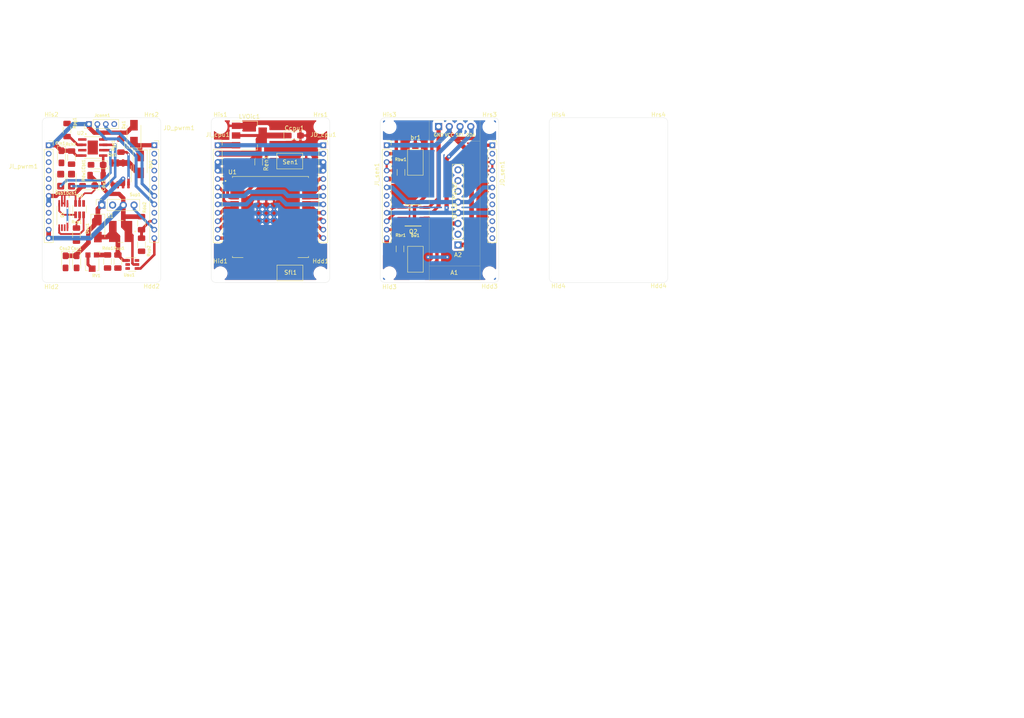
<source format=kicad_pcb>
(kicad_pcb (version 20171130) (host pcbnew 5.1.7-a382d34a8~88~ubuntu18.04.1)
  (layers (0 F.Cu signal) (31 B.Cu signal) (34 B.Paste user) (35 F.Paste user) (36 B.SilkS user) (37 F.SilkS user) (38 B.Mask user) (39 F.Mask user) (44 Edge.Cuts user))
  (net 0 "")
  (net 1 "Net-(U1-Pad14)")
  (net 2 "Net-(U1-Pad13)")
  (net 3 "Net-(U1-Pad12)")
  (net 4 "Net-(U1-Pad11)")
  (net 5 "Net-(U1-Pad10)")
  (net 6 "Net-(U1-Pad26)")
  (net 7 "Net-(U1-Pad27)")
  (net 8 "Net-(U1-Pad28)")
  (net 9 "Net-(U1-Pad20)")
  (net 10 "Net-(U1-Pad21)")
  (net 11 "Net-(U1-Pad22)")
  (net 12 "Net-(U1-Pad23)")
  (net 13 "Net-(U1-Pad24)")
  (net 14 "Net-(U1-Pad19)")
  (net 15 "Net-(U1-Pad18)")
  (net 16 "Net-(U1-Pad17)")
  (net 17 "Net-(U1-Pad16)")
  (net 18 "Net-(JI_pwrm1-Pad10)")
  (net 19 "Net-(JI_pwrm1-Pad9)")
  (net 20 "Net-(JI_pwrm1-Pad6)")
  (net 21 "Net-(JI_pwrm1-Pad5)")
  (net 22 "Net-(JI_pwrm1-Pad4)")
  (net 23 "Net-(JI_pwrm1-Pad3)")
  (net 24 "Net-(JI_pwrm1-Pad2)")
  (net 25 "Net-(JD_sen1-Pad12)")
  (net 26 "Net-(JD_sen1-Pad11)")
  (net 27 "Net-(JD_sen1-Pad10)")
  (net 28 "Net-(JD_sen1-Pad8)")
  (net 29 "Net-(JD_sen1-Pad7)")
  (net 30 "Net-(JD_sen1-Pad5)")
  (net 31 "Net-(JD_sen1-Pad2)")
  (net 32 "Net-(Ren1-Pad2)")
  (net 33 +3V3)
  (net 34 GND)
  (net 35 "Net-(Sfl1-Pad2)")
  (net 36 +5V)
  (net 37 RX)
  (net 38 TX)
  (net 39 MOSI)
  (net 40 SDA0)
  (net 41 SCL0)
  (net 42 MISO)
  (net 43 CLK)
  (net 44 CS)
  (net 45 IO33)
  (net 46 IO32)
  (net 47 I35)
  (net 48 I34)
  (net 49 S_VN)
  (net 50 S_VP)
  (net 51 B+)
  (net 52 "Net-(Dch1-Pad2)")
  (net 53 "Net-(Dch1-Pad1)")
  (net 54 "Net-(IC2-Pad4)")
  (net 55 "Net-(IC2-Pad2)")
  (net 56 "Net-(Q1-Pad1)")
  (net 57 B-)
  (net 58 "Net-(Dsb1-Pad1)")
  (net 59 +5VA)
  (net 60 "Net-(Rpg1-Pad1)")
  (net 61 /dwp)
  (net 62 "Net-(Db1-Pad2)")
  (net 63 /oc)
  (net 64 /od)
  (net 65 Vout)
  (net 66 "Net-(Qe1-Pad4)")
  (net 67 "Net-(Dsu1-Pad2)")
  (net 68 "Net-(Usu1-Pad6)")
  (net 69 /fb)
  (net 70 "Net-(RV1-Pad1)")
  (net 71 "Net-(A1-Pad1)")
  (net 72 "Net-(A2-Pad8)")
  (net 73 "Net-(A2-Pad7)")
  (net 74 "Net-(A2-Pad6)")
  (net 75 "Net-(A2-Pad3)")
  (net 76 "Net-(A2-Pad2)")
  (module Connector_PinSocket_2.00mm:PinSocket_1x12_P2.00mm_Vertical (layer F.Cu) (at 21.5 46.5)
    (fp_text reference JI_pwrm1 (at -6 5) (layer F.SilkS))
    (fp_text value Conn_01x12)
    (pad 12 thru_hole oval (at 0 22) (size 1.35 1.35) (drill 0.8) (layers *.Cu *.Mask) (net 51 B+))
    (pad 11 thru_hole oval (at 0 20) (size 1.35 1.35) (drill 0.8) (layers *.Cu *.Mask) (net 51 B+))
    (pad 10 thru_hole oval (at 0 18) (size 1.35 1.35) (drill 0.8) (layers *.Cu *.Mask) (net 18 "Net-(JI_pwrm1-Pad10)"))
    (pad 9 thru_hole oval (at 0 16) (size 1.35 1.35) (drill 0.8) (layers *.Cu *.Mask) (net 19 "Net-(JI_pwrm1-Pad9)"))
    (pad 8 thru_hole oval (at 0 14) (size 1.35 1.35) (drill 0.8) (layers *.Cu *.Mask) (net 57 B-))
    (pad 7 thru_hole oval (at 0 12) (size 1.35 1.35) (drill 0.8) (layers *.Cu *.Mask) (net 57 B-))
    (pad 6 thru_hole oval (at 0 10) (size 1.35 1.35) (drill 0.8) (layers *.Cu *.Mask) (net 20 "Net-(JI_pwrm1-Pad6)"))
    (pad 5 thru_hole oval (at 0 8) (size 1.35 1.35) (drill 0.8) (layers *.Cu *.Mask) (net 21 "Net-(JI_pwrm1-Pad5)"))
    (pad 4 thru_hole oval (at 0 6) (size 1.35 1.35) (drill 0.8) (layers *.Cu *.Mask) (net 22 "Net-(JI_pwrm1-Pad4)"))
    (pad 3 thru_hole oval (at 0 4) (size 1.35 1.35) (drill 0.8) (layers *.Cu *.Mask) (net 23 "Net-(JI_pwrm1-Pad3)"))
    (pad 2 thru_hole oval (at 0 2) (size 1.35 1.35) (drill 0.8) (layers *.Cu *.Mask) (net 24 "Net-(JI_pwrm1-Pad2)"))
    (pad 1 thru_hole rect (at 0 0) (size 1.35 1.35) (drill 0.8) (layers *.Cu *.Mask) (net 59 +5VA))
  )
  (module Connector_PinSocket_2.00mm:PinSocket_1x12_P2.00mm_Vertical (layer F.Cu) (at 46.5 46.5)
    (fp_text reference JD_pwrm1 (at 5.85 -4.1) (layer F.SilkS))
    (fp_text value Conn_01x12)
    (pad 12 thru_hole oval (at 0 22) (size 1.35 1.35) (drill 0.8) (layers *.Cu *.Mask) (net 45 IO33))
    (pad 11 thru_hole oval (at 0 20) (size 1.35 1.35) (drill 0.8) (layers *.Cu *.Mask) (net 46 IO32))
    (pad 10 thru_hole oval (at 0 18) (size 1.35 1.35) (drill 0.8) (layers *.Cu *.Mask) (net 47 I35))
    (pad 9 thru_hole oval (at 0 16) (size 1.35 1.35) (drill 0.8) (layers *.Cu *.Mask) (net 48 I34))
    (pad 8 thru_hole oval (at 0 14) (size 1.35 1.35) (drill 0.8) (layers *.Cu *.Mask) (net 37 RX))
    (pad 7 thru_hole oval (at 0 12) (size 1.35 1.35) (drill 0.8) (layers *.Cu *.Mask) (net 38 TX))
    (pad 6 thru_hole oval (at 0 10) (size 1.35 1.35) (drill 0.8) (layers *.Cu *.Mask) (net 49 S_VN))
    (pad 5 thru_hole oval (at 0 8) (size 1.35 1.35) (drill 0.8) (layers *.Cu *.Mask) (net 50 S_VP))
    (pad 4 thru_hole oval (at 0 6) (size 1.35 1.35) (drill 0.8) (layers *.Cu *.Mask) (net 34 GND))
    (pad 3 thru_hole oval (at 0 4) (size 1.35 1.35) (drill 0.8) (layers *.Cu *.Mask) (net 34 GND))
    (pad 2 thru_hole oval (at 0 2) (size 1.35 1.35) (drill 0.8) (layers *.Cu *.Mask) (net 33 +3V3))
    (pad 1 thru_hole rect (at 0 0) (size 1.35 1.35) (drill 0.8) (layers *.Cu *.Mask) (net 36 +5V))
  )
  (module Connector_PinSocket_2.00mm:PinSocket_1x12_P2.00mm_Vertical (layer F.Cu) (at 126.5 46.5)
    (fp_text reference JD_sen1 (at 2.35 6.7 90) (layer F.SilkS))
    (fp_text value Conn_01x12)
    (pad 12 thru_hole oval (at 0 22) (size 1.35 1.35) (drill 0.8) (layers *.Cu *.Mask) (net 25 "Net-(JD_sen1-Pad12)"))
    (pad 11 thru_hole oval (at 0 20) (size 1.35 1.35) (drill 0.8) (layers *.Cu *.Mask) (net 26 "Net-(JD_sen1-Pad11)"))
    (pad 10 thru_hole oval (at 0 18) (size 1.35 1.35) (drill 0.8) (layers *.Cu *.Mask) (net 27 "Net-(JD_sen1-Pad10)"))
    (pad 9 thru_hole oval (at 0 16) (size 1.35 1.35) (drill 0.8) (layers *.Cu *.Mask) (net 40 SDA0))
    (pad 8 thru_hole oval (at 0 14) (size 1.35 1.35) (drill 0.8) (layers *.Cu *.Mask) (net 28 "Net-(JD_sen1-Pad8)"))
    (pad 7 thru_hole oval (at 0 12) (size 1.35 1.35) (drill 0.8) (layers *.Cu *.Mask) (net 29 "Net-(JD_sen1-Pad7)"))
    (pad 6 thru_hole oval (at 0 10) (size 1.35 1.35) (drill 0.8) (layers *.Cu *.Mask) (net 41 SCL0))
    (pad 5 thru_hole oval (at 0 8) (size 1.35 1.35) (drill 0.8) (layers *.Cu *.Mask) (net 30 "Net-(JD_sen1-Pad5)"))
    (pad 4 thru_hole oval (at 0 6) (size 1.35 1.35) (drill 0.8) (layers *.Cu *.Mask) (net 34 GND))
    (pad 3 thru_hole oval (at 0 4) (size 1.35 1.35) (drill 0.8) (layers *.Cu *.Mask) (net 34 GND))
    (pad 2 thru_hole oval (at 0 2) (size 1.35 1.35) (drill 0.8) (layers *.Cu *.Mask) (net 31 "Net-(JD_sen1-Pad2)"))
    (pad 1 thru_hole rect (at 0 0) (size 1.35 1.35) (drill 0.8) (layers *.Cu *.Mask) (net 36 +5V))
  )
  (module Connector_PinSocket_2.00mm:PinSocket_1x12_P2.00mm_Vertical (layer F.Cu) (at 101.5 46.5)
    (fp_text reference JI_sen1 (at -2.325 6.95 90) (layer F.SilkS))
    (fp_text value Conn_01x12)
    (pad 12 thru_hole oval (at 0 22) (size 1.35 1.35) (drill 0.8) (layers *.Cu *.Mask) (net 44 CS))
    (pad 11 thru_hole oval (at 0 20) (size 1.35 1.35) (drill 0.8) (layers *.Cu *.Mask) (net 43 CLK))
    (pad 10 thru_hole oval (at 0 18) (size 1.35 1.35) (drill 0.8) (layers *.Cu *.Mask) (net 42 MISO))
    (pad 9 thru_hole oval (at 0 16) (size 1.35 1.35) (drill 0.8) (layers *.Cu *.Mask) (net 40 SDA0))
    (pad 8 thru_hole oval (at 0 14) (size 1.35 1.35) (drill 0.8) (layers *.Cu *.Mask) (net 37 RX))
    (pad 7 thru_hole oval (at 0 12) (size 1.35 1.35) (drill 0.8) (layers *.Cu *.Mask) (net 38 TX))
    (pad 6 thru_hole oval (at 0 10) (size 1.35 1.35) (drill 0.8) (layers *.Cu *.Mask) (net 41 SCL0))
    (pad 5 thru_hole oval (at 0 8) (size 1.35 1.35) (drill 0.8) (layers *.Cu *.Mask) (net 39 MOSI))
    (pad 4 thru_hole oval (at 0 6) (size 1.35 1.35) (drill 0.8) (layers *.Cu *.Mask) (net 34 GND))
    (pad 3 thru_hole oval (at 0 4) (size 1.35 1.35) (drill 0.8) (layers *.Cu *.Mask) (net 34 GND))
    (pad 2 thru_hole oval (at 0 2) (size 1.35 1.35) (drill 0.8) (layers *.Cu *.Mask) (net 33 +3V3))
    (pad 1 thru_hole rect (at 0 0) (size 1.35 1.35) (drill 0.8) (layers *.Cu *.Mask) (net 36 +5V))
  )
  (module Connector_PinSocket_2.00mm:PinSocket_1x12_P2.00mm_Vertical (layer F.Cu) (at 61.5 46.5)
    (fp_text reference JI_cpu1 (at 0 -2.5) (layer F.SilkS))
    (fp_text value Conn_01x12)
    (pad 12 thru_hole oval (at 0 22) (size 1.35 1.35) (drill 0.8) (layers *.Cu *.Mask) (net 45 IO33))
    (pad 11 thru_hole oval (at 0 20) (size 1.35 1.35) (drill 0.8) (layers *.Cu *.Mask) (net 46 IO32))
    (pad 10 thru_hole oval (at 0 18) (size 1.35 1.35) (drill 0.8) (layers *.Cu *.Mask) (net 47 I35))
    (pad 9 thru_hole oval (at 0 16) (size 1.35 1.35) (drill 0.8) (layers *.Cu *.Mask) (net 48 I34))
    (pad 8 thru_hole oval (at 0 14) (size 1.35 1.35) (drill 0.8) (layers *.Cu *.Mask) (net 37 RX))
    (pad 7 thru_hole oval (at 0 12) (size 1.35 1.35) (drill 0.8) (layers *.Cu *.Mask) (net 38 TX))
    (pad 6 thru_hole oval (at 0 10) (size 1.35 1.35) (drill 0.8) (layers *.Cu *.Mask) (net 49 S_VN))
    (pad 5 thru_hole oval (at 0 8) (size 1.35 1.35) (drill 0.8) (layers *.Cu *.Mask) (net 50 S_VP))
    (pad 4 thru_hole oval (at 0 6) (size 1.35 1.35) (drill 0.8) (layers *.Cu *.Mask) (net 34 GND))
    (pad 3 thru_hole oval (at 0 4) (size 1.35 1.35) (drill 0.8) (layers *.Cu *.Mask) (net 34 GND))
    (pad 2 thru_hole oval (at 0 2) (size 1.35 1.35) (drill 0.8) (layers *.Cu *.Mask) (net 33 +3V3))
    (pad 1 thru_hole rect (at 0 0) (size 1.35 1.35) (drill 0.8) (layers *.Cu *.Mask) (net 36 +5V))
  )
  (module Connector_PinSocket_2.00mm:PinSocket_1x12_P2.00mm_Vertical (layer F.Cu) (at 86.5 46.5)
    (fp_text reference JD_cpu1 (at 0 -2.5) (layer F.SilkS))
    (fp_text value Conn_01x12)
    (pad 12 thru_hole oval (at 0 22) (size 1.35 1.35) (drill 0.8) (layers *.Cu *.Mask) (net 44 CS))
    (pad 11 thru_hole oval (at 0 20) (size 1.35 1.35) (drill 0.8) (layers *.Cu *.Mask) (net 43 CLK))
    (pad 10 thru_hole oval (at 0 18) (size 1.35 1.35) (drill 0.8) (layers *.Cu *.Mask) (net 42 MISO))
    (pad 9 thru_hole oval (at 0 16) (size 1.35 1.35) (drill 0.8) (layers *.Cu *.Mask) (net 40 SDA0))
    (pad 8 thru_hole oval (at 0 14) (size 1.35 1.35) (drill 0.8) (layers *.Cu *.Mask) (net 37 RX))
    (pad 7 thru_hole oval (at 0 12) (size 1.35 1.35) (drill 0.8) (layers *.Cu *.Mask) (net 38 TX))
    (pad 6 thru_hole oval (at 0 10) (size 1.35 1.35) (drill 0.8) (layers *.Cu *.Mask) (net 41 SCL0))
    (pad 5 thru_hole oval (at 0 8) (size 1.35 1.35) (drill 0.8) (layers *.Cu *.Mask) (net 39 MOSI))
    (pad 4 thru_hole oval (at 0 6) (size 1.35 1.35) (drill 0.8) (layers *.Cu *.Mask) (net 34 GND))
    (pad 3 thru_hole oval (at 0 4) (size 1.35 1.35) (drill 0.8) (layers *.Cu *.Mask) (net 34 GND))
    (pad 2 thru_hole oval (at 0 2) (size 1.35 1.35) (drill 0.8) (layers *.Cu *.Mask) (net 33 +3V3))
    (pad 1 thru_hole rect (at 0 0) (size 1.35 1.35) (drill 0.8) (layers *.Cu *.Mask) (net 36 +5V))
  )
  (module My_Footprints:SOIC-8 (layer F.Cu) (at 107.74 63.13 270)
    (fp_text reference Q2 (at 3.83 -0.05) (layer F.SilkS))
    (fp_text value IRF7303)
    (pad 2 smd rect (at -0.635 2.6 270) (size 0.6 2.2) (layers F.Cu F.Paste F.Mask) (net 42 MISO))
    (pad 7 smd rect (at -0.635 -2.6 270) (size 0.6 2.2) (layers F.Cu F.Paste F.Mask) (net 71 "Net-(A1-Pad1)"))
    (pad 1 smd rect (at -1.905 2.6 270) (size 0.6 2.2) (layers F.Cu F.Paste F.Mask) (net 34 GND))
    (pad 3 smd rect (at 0.635 2.6 270) (size 0.6 2.2) (layers F.Cu F.Paste F.Mask) (net 34 GND))
    (pad 4 smd rect (at 1.905 2.6 270) (size 0.6 2.2) (layers F.Cu F.Paste F.Mask) (net 43 CLK))
    (pad 8 smd rect (at -1.905 -2.6 270) (size 0.6 2.2) (layers F.Cu F.Paste F.Mask) (net 71 "Net-(A1-Pad1)"))
    (pad 6 smd rect (at 0.635 -2.6 270) (size 0.6 2.2) (layers F.Cu F.Paste F.Mask) (net 75 "Net-(A2-Pad3)"))
    (pad 5 smd rect (at 1.905 -2.6 270) (size 0.6 2.2) (layers F.Cu F.Paste F.Mask) (net 75 "Net-(A2-Pad3)"))
  )
  (module Agujeros_De_Montaje:GY-85 (layer F.Cu) (at 118.38 70.12 180)
    (fp_text reference A2 (at 0 -2.33) (layer F.SilkS))
    (fp_text value GY-85)
    (pad 8 thru_hole oval (at 0 17.78 180) (size 1.7 1.7) (drill 1) (layers *.Cu *.Mask) (net 72 "Net-(A2-Pad8)"))
    (pad 7 thru_hole oval (at 0 15.24 180) (size 1.7 1.7) (drill 1) (layers *.Cu *.Mask) (net 73 "Net-(A2-Pad7)"))
    (pad 6 thru_hole oval (at 0 12.7 180) (size 1.7 1.7) (drill 1) (layers *.Cu *.Mask) (net 74 "Net-(A2-Pad6)"))
    (pad 5 thru_hole oval (at 0 10.16 180) (size 1.7 1.7) (drill 1) (layers *.Cu *.Mask) (net 41 SCL0))
    (pad 4 thru_hole oval (at 0 7.62 180) (size 1.7 1.7) (drill 1) (layers *.Cu *.Mask) (net 40 SDA0))
    (pad 3 thru_hole oval (at 0 5.08 180) (size 1.7 1.7) (drill 1) (layers *.Cu *.Mask) (net 75 "Net-(A2-Pad3)"))
    (pad 2 thru_hole oval (at 0 2.54 180) (size 1.7 1.7) (drill 1) (layers *.Cu *.Mask) (net 76 "Net-(A2-Pad2)"))
    (pad 1 thru_hole rect (at 0 0 180) (size 1.7 1.7) (drill 1) (layers *.Cu *.Mask) (net 36 +5V))
  )
  (module Resistor_SMD:R_1206_3216Metric_Pad1.30x1.75mm_HandSolder (layer F.Cu) (at 104.89 52.93 270)
    (fp_text reference Rbw1 (at -3.06 0.08 180) (layer F.SilkS) (effects (font (size 0.7 0.7))))
    (fp_text value 10k)
    (pad 2 smd roundrect (at 1.55 0 270) (size 1.3 1.75) (layers F.Cu F.Paste F.Mask) (roundrect_rratio 0.192308) (net 39 MOSI))
    (pad 1 smd roundrect (at -1.55 0 270) (size 1.3 1.75) (layers F.Cu F.Paste F.Mask) (roundrect_rratio 0.192308) (net 34 GND))
  )
  (module Resistor_SMD:R_1206_3216Metric_Pad1.30x1.75mm_HandSolder (layer F.Cu) (at 104.65 71.05 270)
    (fp_text reference Rbr1 (at -3.23 -0.15 180) (layer F.SilkS) (effects (font (size 0.7 0.7))))
    (fp_text value 10k)
    (pad 2 smd roundrect (at 1.55 0 270) (size 1.3 1.75) (layers F.Cu F.Paste F.Mask) (roundrect_rratio 0.192308) (net 44 CS))
    (pad 1 smd roundrect (at -1.55 0 270) (size 1.3 1.75) (layers F.Cu F.Paste F.Mask) (roundrect_rratio 0.192308) (net 34 GND))
  )
  (module Button_Switch_SMD:SW_SPST_CK_RS282G05A3 (layer F.Cu) (at 108.3 73.51 90)
    (fp_text reference bw1 (at 5.65 -0.03 180) (layer F.SilkS) (effects (font (size 0.7 0.7))))
    (fp_text value SW_DIP_x01)
    (pad 2 smd rect (at 3.9 0 90) (size 1.5 1.5) (layers F.Cu F.Paste F.Mask) (net 44 CS))
    (pad 1 smd rect (at -3.9 0 90) (size 1.5 1.5) (layers F.Cu F.Paste F.Mask) (net 33 +3V3))
  )
  (module Button_Switch_SMD:SW_SPST_CK_RS282G05A3 (layer F.Cu) (at 108.28 50.54 270)
    (fp_text reference br1 (at -5.86 -0.06 180) (layer F.SilkS))
    (fp_text value SW_DIP_x01)
    (pad 2 smd rect (at 3.9 0 270) (size 1.5 1.5) (layers F.Cu F.Paste F.Mask) (net 39 MOSI))
    (pad 1 smd rect (at -3.9 0 270) (size 1.5 1.5) (layers F.Cu F.Paste F.Mask) (net 33 +3V3))
  )
  (module Pantallas:SSD1306-0.91-OLED-4pin-128x32 (layer F.Cu) (at 111.59 78.57 90)
    (fp_text reference A1 (at 1.9 5.91) (layer F.SilkS))
    (fp_text value SH1306_0.91)
    (fp_text user "OLED Panel" (at 19 6 90) (layer F.SilkS))
    (fp_text user GND (at 34.5 2.19 180) (layer F.SilkS) (effects (font (size 0.75 0.75))))
    (fp_text user VCC (at 34.5 4.73 180) (layer F.SilkS) (effects (font (size 0.75 0.75))))
    (fp_text user SCL (at 34.5 7.27 180) (layer F.SilkS) (effects (font (size 0.75 0.75))))
    (fp_text user SDA (at 34.5 9.81 180) (layer F.SilkS) (effects (font (size 0.75 0.75))))
    (pad 1 thru_hole rect (at 36.5 2.19 90) (size 1.7 1.7) (drill 1) (layers *.Cu *.Mask) (net 71 "Net-(A1-Pad1)"))
    (pad 2 thru_hole oval (at 36.5 4.73 90) (size 1.7 1.7) (drill 1) (layers *.Cu *.Mask) (net 36 +5V))
    (pad 3 thru_hole oval (at 36.5 7.27 90) (size 1.7 1.7) (drill 1) (layers *.Cu *.Mask) (net 41 SCL0))
    (pad 4 thru_hole oval (at 36.5 9.81 90) (size 1.7 1.7) (drill 1) (layers *.Cu *.Mask) (net 40 SDA0))
  )
  (module Resistor_SMD:R_1206_3216Metric_Pad1.30x1.75mm_HandSolder (layer F.Cu) (at 43.48 70.06 270)
    (fp_text reference Rup2 (at 1.5 -1.71 90) (layer F.SilkS) (effects (font (size 0.7 0.7))))
    (fp_text value 10k)
    (pad 2 smd roundrect (at 1.55 0 270) (size 1.3 1.75) (layers F.Cu F.Paste F.Mask) (roundrect_rratio 0.192308) (net 34 GND))
    (pad 1 smd roundrect (at -1.55 0 270) (size 1.3 1.75) (layers F.Cu F.Paste F.Mask) (roundrect_rratio 0.192308) (net 47 I35))
  )
  (module Resistor_SMD:R_1206_3216Metric_Pad1.30x1.75mm_HandSolder (layer F.Cu) (at 43.47 64.97 270)
    (fp_text reference Rdo2 (at -3.73 -0.7 90) (layer F.SilkS) (effects (font (size 0.7 0.7))))
    (fp_text value 10k)
    (pad 2 smd roundrect (at 1.55 0 270) (size 1.3 1.75) (layers F.Cu F.Paste F.Mask) (roundrect_rratio 0.192308) (net 47 I35))
    (pad 1 smd roundrect (at -1.55 0 270) (size 1.3 1.75) (layers F.Cu F.Paste F.Mask) (roundrect_rratio 0.192308) (net 51 B+))
  )
  (module Potentiometer_SMD:Potentiometer_Bourns_TC33X_Vertical (layer F.Cu) (at 31.79 74.29 270)
    (fp_text reference RV1 (at 3.1 -0.99 180) (layer F.SilkS) (effects (font (size 0.7 0.7))))
    (fp_text value R_POT)
    (pad 2 smd rect (at 1.45 0 270) (size 1.5 1.6) (layers F.Cu F.Paste F.Mask) (net 34 GND))
    (pad 3 smd rect (at -1.8 1 270) (size 1.2 1.2) (layers F.Cu F.Paste F.Mask) (net 34 GND))
    (pad 1 smd rect (at -1.8 -1 270) (size 1.2 1.2) (layers F.Cu F.Paste F.Mask) (net 70 "Net-(RV1-Pad1)"))
  )
  (module Capacitor_Tantalum_SMD:CP_EIA-3216-10_Kemet-I_Pad1.58x1.35mm_HandSolder (layer F.Cu) (at 25.49 74.12 270)
    (fp_text reference Csu2 (at -3.2 0.15 180) (layer F.SilkS) (effects (font (size 0.7 0.7))))
    (fp_text value 10u)
    (pad 2 smd roundrect (at 1.4375 0 270) (size 1.575 1.35) (layers F.Cu F.Paste F.Mask) (roundrect_rratio 0.185185) (net 34 GND))
    (pad 1 smd roundrect (at -1.4375 0 270) (size 1.575 1.35) (layers F.Cu F.Paste F.Mask) (roundrect_rratio 0.185185) (net 65 Vout))
  )
  (module BK-18650-PC4:IND_ASPI-0504-4R7K-T (layer F.Cu) (at 38.52 66.92 180)
    (fp_text reference Li1 (at 2.51 3.74) (layer F.SilkS) (effects (font (size 1 0.7))))
    (fp_text value ASPI-0504-4R7K-T)
    (pad 1 smd rect (at -1.85 0 180) (size 1.8 5) (layers F.Cu F.Paste F.Mask) (net 51 B+))
    (pad 2 smd rect (at 1.85 0 180) (size 1.8 5) (layers F.Cu F.Paste F.Mask) (net 67 "Net-(Dsu1-Pad2)"))
  )
  (module Package_TO_SOT_SMD:SOT-23-6 (layer F.Cu) (at 41.29 74.74)
    (fp_text reference Usu1 (at -0.73 2.47) (layer F.SilkS) (effects (font (size 0.7 0.7))))
    (fp_text value MT3608)
    (pad 5 smd rect (at 1.1 0) (size 1.06 0.65) (layers F.Cu F.Paste F.Mask) (net 51 B+))
    (pad 6 smd rect (at 1.1 -0.95) (size 1.06 0.65) (layers F.Cu F.Paste F.Mask) (net 68 "Net-(Usu1-Pad6)"))
    (pad 4 smd rect (at 1.1 0.95) (size 1.06 0.65) (layers F.Cu F.Paste F.Mask) (net 45 IO33))
    (pad 3 smd rect (at -1.1 0.95) (size 1.06 0.65) (layers F.Cu F.Paste F.Mask) (net 69 /fb))
    (pad 2 smd rect (at -1.1 0) (size 1.06 0.65) (layers F.Cu F.Paste F.Mask) (net 34 GND))
    (pad 1 smd rect (at -1.1 -0.95) (size 1.06 0.65) (layers F.Cu F.Paste F.Mask) (net 67 "Net-(Dsu1-Pad2)"))
  )
  (module Resistor_SMD:R_1206_3216Metric_Pad1.30x1.75mm_HandSolder (layer F.Cu) (at 37.88 74.04 90)
    (fp_text reference Rup1 (at 3.14 0.27 180) (layer F.SilkS) (effects (font (size 0.7 0.7))))
    (fp_text value 10k)
    (pad 2 smd roundrect (at 1.55 0 90) (size 1.3 1.75) (layers F.Cu F.Paste F.Mask) (roundrect_rratio 0.192308) (net 67 "Net-(Dsu1-Pad2)"))
    (pad 1 smd roundrect (at -1.55 0 90) (size 1.3 1.75) (layers F.Cu F.Paste F.Mask) (roundrect_rratio 0.192308) (net 69 /fb))
  )
  (module Resistor_SMD:R_1206_3216Metric_Pad1.30x1.75mm_HandSolder (layer F.Cu) (at 35.43 74.03 270)
    (fp_text reference Rdo1 (at -3.13 -0.05 180) (layer F.SilkS) (effects (font (size 0.7 0.7))))
    (fp_text value 10k)
    (pad 2 smd roundrect (at 1.55 0 270) (size 1.3 1.75) (layers F.Cu F.Paste F.Mask) (roundrect_rratio 0.192308) (net 69 /fb))
    (pad 1 smd roundrect (at -1.55 0 270) (size 1.3 1.75) (layers F.Cu F.Paste F.Mask) (roundrect_rratio 0.192308) (net 70 "Net-(RV1-Pad1)"))
  )
  (module Diode_SMD:D_SMA (layer F.Cu) (at 33.14 66.25 270)
    (fp_text reference Dsu1 (at -0.05 2.51 90) (layer F.SilkS) (effects (font (size 0.7 0.7))))
    (fp_text value 1N5822)
    (pad 2 smd rect (at 2 0 270) (size 2.5 1.8) (layers F.Cu F.Paste F.Mask) (net 67 "Net-(Dsu1-Pad2)"))
    (pad 1 smd rect (at -2 0 270) (size 2.5 1.8) (layers F.Cu F.Paste F.Mask) (net 65 Vout))
  )
  (module Capacitor_Tantalum_SMD:CP_EIA-3216-10_Kemet-I_Pad1.58x1.35mm_HandSolder (layer F.Cu) (at 28.11 74.12 270)
    (fp_text reference Csu1 (at -3.2 0.07 180) (layer F.SilkS) (effects (font (size 0.7 0.7))))
    (fp_text value 10u)
    (pad 2 smd roundrect (at 1.4375 0 270) (size 1.575 1.35) (layers F.Cu F.Paste F.Mask) (roundrect_rratio 0.185185) (net 34 GND))
    (pad 1 smd roundrect (at -1.4375 0 270) (size 1.575 1.35) (layers F.Cu F.Paste F.Mask) (roundrect_rratio 0.185185) (net 65 Vout))
  )
  (module Connector_PinSocket_2.54mm:PinSocket_1x04_P2.54mm_Vertical (layer F.Cu) (at 34.08 60.67 90)
    (fp_text reference Sup1 (at 2.48 7.89 180) (layer F.SilkS) (effects (font (size 0.7 0.7))))
    (fp_text value Conn_01x04)
    (pad 4 thru_hole oval (at 0 7.62 90) (size 1.7 1.7) (drill 1) (layers *.Cu *.Mask) (net 46 IO32))
    (pad 3 thru_hole oval (at 0 5.08 90) (size 1.7 1.7) (drill 1) (layers *.Cu *.Mask) (net 51 B+))
    (pad 2 thru_hole oval (at 0 2.54 90) (size 1.7 1.7) (drill 1) (layers *.Cu *.Mask) (net 34 GND))
    (pad 1 thru_hole rect (at 0 0 90) (size 1.7 1.7) (drill 1) (layers *.Cu *.Mask) (net 65 Vout))
  )
  (module BK-18650-PC4:SOP127P600X175-9N (layer F.Cu) (at 31.93 47.04)
    (fp_text reference U2 (at -2.9 -3.405) (layer F.SilkS) (effects (font (size 0.8 0.8))))
    (fp_text value TP4056)
    (pad 1 smd roundrect (at -2.475 -1.905) (size 1.97 0.6) (layers F.Cu F.Paste F.Mask) (roundrect_rratio 0.07000000000000001) (net 34 GND))
    (pad 2 smd roundrect (at -2.475 -0.635) (size 1.97 0.6) (layers F.Cu F.Paste F.Mask) (roundrect_rratio 0.07000000000000001) (net 60 "Net-(Rpg1-Pad1)"))
    (pad 3 smd roundrect (at -2.475 0.635) (size 1.97 0.6) (layers F.Cu F.Paste F.Mask) (roundrect_rratio 0.07000000000000001) (net 34 GND))
    (pad 4 smd roundrect (at -2.475 1.905) (size 1.97 0.6) (layers F.Cu F.Paste F.Mask) (roundrect_rratio 0.07000000000000001) (net 59 +5VA))
    (pad 5 smd roundrect (at 2.475 1.905) (size 1.97 0.6) (layers F.Cu F.Paste F.Mask) (roundrect_rratio 0.07000000000000001) (net 51 B+))
    (pad 6 smd roundrect (at 2.475 0.635) (size 1.97 0.6) (layers F.Cu F.Paste F.Mask) (roundrect_rratio 0.07000000000000001) (net 58 "Net-(Dsb1-Pad1)"))
    (pad 7 smd roundrect (at 2.475 -0.635) (size 1.97 0.6) (layers F.Cu F.Paste F.Mask) (roundrect_rratio 0.07000000000000001) (net 53 "Net-(Dch1-Pad1)"))
    (pad 8 smd roundrect (at 2.475 -1.905) (size 1.97 0.6) (layers F.Cu F.Paste F.Mask) (roundrect_rratio 0.07000000000000001) (net 59 +5VA))
    (pad 9 smd rect (at 0 0) (size 2.413 3.302) (layers F.Cu F.Mask) (net 34 GND))
  )
  (module BK-18650-PC4:SO-8_3.9x4.9mm_P1.27mm (layer F.Cu) (at 38.475 53.275 90)
    (fp_text reference Qe1 (at 4.525 -1.885 180) (layer F.SilkS) (effects (font (size 0.7 0.7))))
    (fp_text value IRF7416)
    (pad 8 smd roundrect (at 2.575 -1.905 90) (size 1.75 0.6) (layers F.Cu F.Paste F.Mask) (net 62 "Net-(Db1-Pad2)"))
    (pad 7 smd roundrect (at 2.575 -0.635 90) (size 1.75 0.6) (layers F.Cu F.Paste F.Mask) (net 62 "Net-(Db1-Pad2)"))
    (pad 6 smd roundrect (at 2.575 0.635 90) (size 1.75 0.6) (layers F.Cu F.Paste F.Mask) (net 62 "Net-(Db1-Pad2)"))
    (pad 5 smd roundrect (at 2.575 1.905 90) (size 1.75 0.6) (layers F.Cu F.Paste F.Mask) (net 62 "Net-(Db1-Pad2)"))
    (pad 4 smd roundrect (at -2.575 1.905 90) (size 1.75 0.6) (layers F.Cu F.Paste F.Mask) (net 66 "Net-(Qe1-Pad4)"))
    (pad 3 smd roundrect (at -2.575 0.635 90) (size 1.75 0.6) (layers F.Cu F.Paste F.Mask) (net 65 Vout))
    (pad 2 smd roundrect (at -2.575 -0.635 90) (size 1.75 0.6) (layers F.Cu F.Paste F.Mask) (net 65 Vout))
    (pad 1 smd roundrect (at -2.575 -1.905 90) (size 1.75 0.6) (layers F.Cu F.Paste F.Mask) (net 65 Vout))
  )
  (module Resistor_SMD:R_1206_3216Metric_Pad1.30x1.75mm_HandSolder (layer F.Cu) (at 38.59 46.59 90)
    (fp_text reference Rge1 (at 0 -1.82 90) (layer F.SilkS) (effects (font (size 0.7 0.7))))
    (fp_text value 10k)
    (pad 2 smd roundrect (at 1.55 0 90) (size 1.3 1.75) (layers F.Cu F.Paste F.Mask) (roundrect_rratio 0.192308) (net 59 +5VA))
    (pad 1 smd roundrect (at -1.55 0 90) (size 1.3 1.75) (layers F.Cu F.Paste F.Mask) (roundrect_rratio 0.192308) (net 66 "Net-(Qe1-Pad4)"))
  )
  (module Diode_SMD:D_SMA (layer F.Cu) (at 43.15 51.05 270)
    (fp_text reference Db1 (at 0 -2.5 90) (layer F.SilkS) (effects (font (size 0.7 0.7))))
    (fp_text value 1N5822)
    (pad 2 smd rect (at 2 0 270) (size 2.5 1.8) (layers F.Cu F.Paste F.Mask) (net 62 "Net-(Db1-Pad2)"))
    (pad 1 smd rect (at -2 0 270) (size 2.5 1.8) (layers F.Cu F.Paste F.Mask) (net 36 +5V))
  )
  (module Diode_SMD:D_SMA (layer F.Cu) (at 41.68 43.76 90)
    (fp_text reference Da1 (at 2.08 -2.44 90) (layer F.SilkS) (effects (font (size 0.7 0.7))))
    (fp_text value 1N5822)
    (pad 2 smd rect (at 2 0 90) (size 2.5 1.8) (layers F.Cu F.Paste F.Mask) (net 59 +5VA))
    (pad 1 smd rect (at -2 0 90) (size 2.5 1.8) (layers F.Cu F.Paste F.Mask) (net 36 +5V))
  )
  (module Connector_PinHeader_2.00mm:PinHeader_1x04_P2.00mm_Vertical (layer F.Cu) (at 31.02 41.49 90)
    (fp_text reference Jconn1 (at 2.07 3.17 180) (layer F.SilkS) (effects (font (size 0.7 0.7))))
    (fp_text value Conn_01x04)
    (pad 4 thru_hole oval (at 0 6 90) (size 1.35 1.35) (drill 0.8) (layers *.Cu *.Mask) (net 34 GND))
    (pad 3 thru_hole oval (at 0 4 90) (size 1.35 1.35) (drill 0.8) (layers *.Cu *.Mask) (net 38 TX))
    (pad 2 thru_hole oval (at 0 2 90) (size 1.35 1.35) (drill 0.8) (layers *.Cu *.Mask) (net 37 RX))
    (pad 1 thru_hole rect (at 0 0 90) (size 1.35 1.35) (drill 0.8) (layers *.Cu *.Mask) (net 59 +5VA))
  )
  (module MountingHole:MountingHole_2.2mm_M2_DIN965 (layer F.Cu) (at 165.825 42.15)
    (fp_text reference Hrs4 (at 0 -2.9) (layer F.SilkS))
    (fp_text value MH)
    (pad "" np_thru_hole circle (at 0.025 0) (size 2.2 2.2) (drill 2.2) (layers *.Cu *.Mask))
  )
  (module MountingHole:MountingHole_2.2mm_M2_DIN965 (layer F.Cu) (at 142.15 42.15)
    (fp_text reference His4 (at 0 -2.9) (layer F.SilkS))
    (fp_text value MH)
    (pad "" np_thru_hole circle (at 0 0) (size 2.2 2.2) (drill 2.2) (layers *.Cu *.Mask))
  )
  (module MountingHole:MountingHole_2.2mm_M2_DIN965 (layer F.Cu) (at 142.15 76.85)
    (fp_text reference Hid4 (at 0 3) (layer F.SilkS))
    (fp_text value MH)
    (pad "" np_thru_hole circle (at 0 0) (size 2.2 2.2) (drill 2.2) (layers *.Cu *.Mask))
  )
  (module MountingHole:MountingHole_2.2mm_M2_DIN965 (layer F.Cu) (at 165.85 76.85)
    (fp_text reference Hdd4 (at 0 2.95) (layer F.SilkS))
    (fp_text value MH)
    (pad "" np_thru_hole circle (at 0 0) (size 2.2 2.2) (drill 2.2) (layers *.Cu *.Mask))
  )
  (module MountingHole:MountingHole_2.2mm_M2_DIN965 (layer F.Cu) (at 125.85 42.15)
    (fp_text reference Hrs3 (at 0 -2.9) (layer F.SilkS))
    (fp_text value MH)
    (pad 1 np_thru_hole circle (at 0 0) (size 2.2 2.2) (drill 2.2) (layers *.Cu *.Mask))
  )
  (module MountingHole:MountingHole_2.2mm_M2_DIN965 (layer F.Cu) (at 102.15 42.15)
    (fp_text reference His3 (at 0 -2.9) (layer F.SilkS))
    (fp_text value MH)
    (pad 1 np_thru_hole circle (at 0 0) (size 2.2 2.2) (drill 2.2) (layers *.Cu *.Mask))
  )
  (module MountingHole:MountingHole_2.2mm_M2_DIN965 (layer F.Cu) (at 102.15 76.85)
    (fp_text reference Hid3 (at 0 3.2) (layer F.SilkS))
    (fp_text value MH)
    (pad "" np_thru_hole circle (at 0 0) (size 2.2 2.2) (drill 2.2) (layers *.Cu *.Mask))
  )
  (module MountingHole:MountingHole_2.2mm_M2_DIN965 (layer F.Cu) (at 125.85 76.85)
    (fp_text reference Hdd3 (at 0 3.075) (layer F.SilkS))
    (fp_text value MH)
    (pad "" np_thru_hole circle (at 0 0) (size 2.2 2.2) (drill 2.2) (layers *.Cu *.Mask))
  )
  (module Resistor_SMD:R_1206_3216Metric_Pad1.30x1.75mm_HandSolder (layer F.Cu) (at 25.84 42.89 90)
    (fp_text reference Rpg1 (at 1.65 1.8 270) (layer F.SilkS) (effects (font (size 0.7 0.7))))
    (fp_text value 2.4k)
    (pad 1 smd roundrect (at -1.55 0 90) (size 1.3 1.75) (layers F.Cu F.Paste F.Mask) (roundrect_rratio 0.192308) (net 60 "Net-(Rpg1-Pad1)"))
    (pad 2 smd roundrect (at 1.55 0 90) (size 1.3 1.75) (layers F.Cu F.Paste F.Mask) (roundrect_rratio 0.192308) (net 34 GND))
  )
  (module MountingHole:MountingHole_2.2mm_M2_DIN965 (layer F.Cu) (at 45.825 42.15)
    (fp_text reference Hrs2 (at 0 -2.9) (layer F.SilkS))
    (fp_text value MH)
    (pad "" np_thru_hole circle (at 0.025 0) (size 2.2 2.2) (drill 2.2) (layers *.Cu *.Mask))
  )
  (module MountingHole:MountingHole_2.2mm_M2_DIN965 (layer F.Cu) (at 22.15 42.125)
    (fp_text reference His2 (at 0 -2.9) (layer F.SilkS))
    (fp_text value MH)
    (pad "" np_thru_hole circle (at 0 0.025) (size 2.2 2.2) (drill 2.2) (layers *.Cu *.Mask))
  )
  (module MountingHole:MountingHole_2.2mm_M2_DIN965 (layer F.Cu) (at 22.15 76.85)
    (fp_text reference Hid2 (at 0 3.175) (layer F.SilkS))
    (fp_text value MH)
    (pad "" np_thru_hole circle (at 0 0) (size 2.2 2.2) (drill 2.2) (layers *.Cu *.Mask))
  )
  (module MountingHole:MountingHole_2.2mm_M2_DIN965 (layer F.Cu) (at 45.85 76.85)
    (fp_text reference Hdd2 (at 0 3.05) (layer F.SilkS))
    (fp_text value MH)
    (pad 1 np_thru_hole circle (at 0 0) (size 2.2 2.2) (drill 2.2) (layers *.Cu *.Mask))
  )
  (module Resistor_SMD:R_1206_3216Metric_Pad1.30x1.75mm_HandSolder (layer F.Cu) (at 32.85 53.66 180)
    (fp_text reference Rdw1 (at 3.1 0.01 90) (layer F.SilkS) (effects (font (size 0.7 0.7))))
    (fp_text value 100)
    (pad 2 smd roundrect (at 1.55 0 180) (size 1.3 1.75) (layers F.Cu F.Paste F.Mask) (roundrect_rratio 0.192308) (net 61 /dwp))
    (pad 1 smd roundrect (at -1.55 0 180) (size 1.3 1.75) (layers F.Cu F.Paste F.Mask) (roundrect_rratio 0.192308) (net 51 B+))
  )
  (module Resistor_SMD:R_1206_3216Metric_Pad1.30x1.75mm_HandSolder (layer F.Cu) (at 28.07 67.66 270)
    (fp_text reference Rcs1 (at -2.99 -0.08) (layer F.SilkS) (effects (font (size 0.7 0.7))))
    (fp_text value 1k)
    (pad 2 smd roundrect (at 1.55 0 270) (size 1.3 1.75) (layers F.Cu F.Paste F.Mask) (roundrect_rratio 0.192308) (net 34 GND))
    (pad 1 smd roundrect (at -1.55 0 270) (size 1.3 1.75) (layers F.Cu F.Paste F.Mask) (roundrect_rratio 0.192308) (net 55 "Net-(IC2-Pad2)"))
  )
  (module Capacitor_Tantalum_SMD:CP_EIA-3216-10_Kemet-I_Pad1.58x1.35mm_HandSolder (layer F.Cu) (at 30.96 56.11 180)
    (fp_text reference Cdw1 (at -3.5 0.07 270) (layer F.SilkS) (effects (font (size 0.7 0.7))))
    (fp_text value 1u)
    (pad 2 smd roundrect (at 1.4375 0 180) (size 1.575 1.35) (layers F.Cu F.Paste F.Mask) (roundrect_rratio 0.185185) (net 57 B-))
    (pad 1 smd roundrect (at -1.4375 0 180) (size 1.575 1.35) (layers F.Cu F.Paste F.Mask) (roundrect_rratio 0.185185) (net 61 /dwp))
  )
  (module BK-18650-PC4:SOP65P640X120-8N (layer F.Cu) (at 24.96 63.15 270)
    (fp_text reference Q1 (at -0.195 0.23 90) (layer F.SilkS) (effects (font (size 0.7 0.7))))
    (fp_text value FS8205A)
    (pad 1 smd roundrect (at -2.88 -0.975 270) (size 1.56 0.4) (layers F.Cu F.Paste F.Mask) (roundrect_rratio 0.05) (net 56 "Net-(Q1-Pad1)"))
    (pad 2 smd roundrect (at -2.88 -0.325 270) (size 1.56 0.4) (layers F.Cu F.Paste F.Mask) (roundrect_rratio 0.05) (net 57 B-))
    (pad 3 smd roundrect (at -2.88 0.325 270) (size 1.56 0.4) (layers F.Cu F.Paste F.Mask) (roundrect_rratio 0.05) (net 57 B-))
    (pad 4 smd roundrect (at -2.88 0.975 270) (size 1.56 0.4) (layers F.Cu F.Paste F.Mask) (roundrect_rratio 0.05) (net 64 /od))
    (pad 5 smd roundrect (at 2.88 0.975 270) (size 1.56 0.4) (layers F.Cu F.Paste F.Mask) (roundrect_rratio 0.05) (net 63 /oc))
    (pad 6 smd roundrect (at 2.88 0.325 270) (size 1.56 0.4) (layers F.Cu F.Paste F.Mask) (roundrect_rratio 0.05) (net 34 GND))
    (pad 7 smd roundrect (at 2.88 -0.325 270) (size 1.56 0.4) (layers F.Cu F.Paste F.Mask) (roundrect_rratio 0.05) (net 34 GND))
    (pad 8 smd roundrect (at 2.88 -0.975 270) (size 1.56 0.4) (layers F.Cu F.Paste F.Mask) (roundrect_rratio 0.05) (net 56 "Net-(Q1-Pad1)"))
  )
  (module Package_TO_SOT_SMD:SOT-23-6_Handsoldering (layer F.Cu) (at 28.81 61.63 90)
    (fp_text reference IC2 (at 3.14 -0.01 180) (layer F.SilkS) (effects (font (size 0.7 0.7))))
    (fp_text value DW01A)
    (pad 5 smd rect (at 1.35 0 90) (size 1.56 0.65) (layers F.Cu F.Paste F.Mask) (net 61 /dwp))
    (pad 6 smd rect (at 1.35 -0.95 90) (size 1.56 0.65) (layers F.Cu F.Paste F.Mask) (net 57 B-))
    (pad 4 smd rect (at 1.35 0.95 90) (size 1.56 0.65) (layers F.Cu F.Paste F.Mask) (net 54 "Net-(IC2-Pad4)"))
    (pad 3 smd rect (at -1.35 0.95 90) (size 1.56 0.65) (layers F.Cu F.Paste F.Mask) (net 63 /oc))
    (pad 2 smd rect (at -1.35 0 90) (size 1.56 0.65) (layers F.Cu F.Paste F.Mask) (net 55 "Net-(IC2-Pad2)"))
    (pad 1 smd rect (at -1.35 -0.95 90) (size 1.56 0.65) (layers F.Cu F.Paste F.Mask) (net 64 /od))
  )
  (module Resistor_SMD:R_1206_3216Metric_Pad1.30x1.75mm_HandSolder (layer F.Cu) (at 26.91 49.43 90)
    (fp_text reference Rch1 (at 3.15 -0.13) (layer F.SilkS) (effects (font (size 0.7 0.7))))
    (fp_text value 1k)
    (pad 2 smd roundrect (at 1.55 0 90) (size 1.3 1.75) (layers F.Cu F.Paste F.Mask) (roundrect_rratio 0.192308) (net 59 +5VA))
    (pad 1 smd roundrect (at -1.55 0 90) (size 1.3 1.75) (layers F.Cu F.Paste F.Mask) (roundrect_rratio 0.192308) (net 52 "Net-(Dch1-Pad2)"))
  )
  (module LED_SMD:LED_1206_3216Metric_Castellated (layer F.Cu) (at 24.34 54.77 90)
    (fp_text reference Dsb1 (at -3.075 -0.025 180) (layer F.SilkS) (effects (font (size 0.7 0.7))))
    (fp_text value LED)
    (pad 2 smd roundrect (at 1.425 0 90) (size 1.6 1.65) (layers F.Cu F.Paste F.Mask) (roundrect_rratio 0.15625) (net 52 "Net-(Dch1-Pad2)"))
    (pad 1 smd roundrect (at -1.425 0 90) (size 1.6 1.65) (layers F.Cu F.Paste F.Mask) (roundrect_rratio 0.15625) (net 58 "Net-(Dsb1-Pad1)"))
  )
  (module LED_SMD:LED_1206_3216Metric_Castellated (layer F.Cu) (at 26.9 54.77 90)
    (fp_text reference Dch1 (at -3.125 0 180) (layer F.SilkS) (effects (font (size 0.7 0.7))))
    (fp_text value LED)
    (pad 2 smd roundrect (at 1.425 0 90) (size 1.6 1.65) (layers F.Cu F.Paste F.Mask) (roundrect_rratio 0.15625) (net 52 "Net-(Dch1-Pad2)"))
    (pad 1 smd roundrect (at -1.425 0 90) (size 1.6 1.65) (layers F.Cu F.Paste F.Mask) (roundrect_rratio 0.15625) (net 53 "Net-(Dch1-Pad1)"))
  )
  (module Capacitor_Tantalum_SMD:CP_EIA-3216-10_Kemet-I_Pad1.58x1.35mm_HandSolder (layer F.Cu) (at 24.52 49.24 270)
    (fp_text reference Cin1 (at -3.19 0.26) (layer F.SilkS) (effects (font (size 0.7 0.7))))
    (fp_text value 10u)
    (pad 1 smd roundrect (at -1.4375 0 270) (size 1.575 1.35) (layers F.Cu F.Paste F.Mask) (roundrect_rratio 0.185185) (net 59 +5VA))
    (pad 2 smd roundrect (at 1.4375 0 270) (size 1.575 1.35) (layers F.Cu F.Paste F.Mask) (roundrect_rratio 0.185185) (net 34 GND))
  )
  (module Capacitor_Tantalum_SMD:CP_EIA-3216-10_Kemet-I_Pad1.58x1.35mm_HandSolder (layer F.Cu) (at 32.96 51.13 180)
    (fp_text reference Cbt1 (at 3.2 0.05 90) (layer F.SilkS) (effects (font (size 0.7 0.7))))
    (fp_text value 10u)
    (pad 1 smd roundrect (at -1.4375 0 180) (size 1.575 1.35) (layers F.Cu F.Paste F.Mask) (roundrect_rratio 0.185185) (net 51 B+))
    (pad 2 smd roundrect (at 1.4375 0 180) (size 1.575 1.35) (layers F.Cu F.Paste F.Mask) (roundrect_rratio 0.185185) (net 34 GND))
  )
  (module Capacitor_Tantalum_SMD:CP_EIA-3216-10_Kemet-I_Pad1.58x1.35mm_HandSolder (layer F.Cu) (at 79.65 44.2)
    (fp_text reference Ccpu1 (at 0 -1.75) (layer F.SilkS))
    (fp_text value C)
    (pad 2 smd roundrect (at 1.4375 0) (size 1.575 1.35) (layers F.Cu F.Paste F.Mask) (roundrect_rratio 0.185185) (net 34 GND))
    (pad 1 smd roundrect (at -1.4375 0) (size 1.575 1.35) (layers F.Cu F.Paste F.Mask) (roundrect_rratio 0.185185) (net 33 +3V3))
  )
  (module MountingHole:MountingHole_2.2mm_M2_DIN965 (layer F.Cu) (at 85.85 42.15)
    (fp_text reference Hrs1 (at 0 -2.9) (layer F.SilkS))
    (fp_text value MH)
    (pad 1 np_thru_hole circle (at 0 0) (size 2.2 2.2) (drill 2.2) (layers *.Cu *.Mask))
  )
  (module MountingHole:MountingHole_2.2mm_M2_DIN965 (layer F.Cu) (at 85.85 76.85)
    (fp_text reference Hdd1 (at 0 -2.9) (layer F.SilkS))
    (fp_text value MH)
    (pad 1 np_thru_hole circle (at 0 0) (size 2.2 2.2) (drill 2.2) (layers *.Cu *.Mask))
  )
  (module MountingHole:MountingHole_2.2mm_M2_DIN965 (layer F.Cu) (at 62.15 42.15)
    (fp_text reference His1 (at 0 -2.9) (layer F.SilkS))
    (fp_text value MH)
    (pad 1 np_thru_hole circle (at 0 0) (size 2.2 2.2) (drill 2.2) (layers *.Cu *.Mask))
  )
  (module MountingHole:MountingHole_2.2mm_M2_DIN965 (layer F.Cu) (at 62.15 76.85)
    (fp_text reference Hid1 (at 0 -2.9) (layer F.SilkS))
    (fp_text value MH)
    (pad "" np_thru_hole circle (at 0 0) (size 2.2 2.2) (drill 2.2) (layers *.Cu *.Mask))
  )
  (module Package_TO_SOT_SMD:SOT-223-3_TabPin2 (layer F.Cu) (at 69 44.2)
    (fp_text reference LVOic1 (at 0 -4.5) (layer F.SilkS))
    (fp_text value LD1117S33TR_SOT223)
    (pad 1 smd rect (at -3.15 -2.3) (size 2 1.5) (layers F.Cu F.Paste F.Mask) (net 34 GND))
    (pad 3 smd rect (at -3.15 2.3) (size 2 1.5) (layers F.Cu F.Paste F.Mask) (net 36 +5V))
    (pad 2 smd rect (at -3.15 0) (size 2 1.5) (layers F.Cu F.Paste F.Mask) (net 33 +3V3))
    (pad 2 smd rect (at 3.15 0) (size 2 3.8) (layers F.Cu F.Paste F.Mask) (net 33 +3V3))
  )
  (module Button_Switch_SMD:SW_SPST_CK_RS282G05A3 (layer F.Cu) (at 78.6 76.75)
    (fp_text reference Sfl1 (at 0.15 -0.1) (layer F.SilkS))
    (fp_text value SW_DIP_x01)
    (pad 2 smd rect (at 3.9 0) (size 1.5 1.5) (layers F.Cu F.Paste F.Mask) (net 35 "Net-(Sfl1-Pad2)"))
    (pad 1 smd rect (at -3.9 0) (size 1.5 1.5) (layers F.Cu F.Paste F.Mask) (net 34 GND))
  )
  (module Button_Switch_SMD:SW_SPST_CK_RS282G05A3 (layer F.Cu) (at 78.55 50.25 180)
    (fp_text reference Sen1 (at -0.15 -0.25) (layer F.SilkS))
    (fp_text value SW_DIP_x01)
    (pad 2 smd rect (at 3.9 0 180) (size 1.5 1.5) (layers F.Cu F.Paste F.Mask) (net 32 "Net-(Ren1-Pad2)"))
    (pad 1 smd rect (at -3.9 0 180) (size 1.5 1.5) (layers F.Cu F.Paste F.Mask) (net 34 GND))
  )
  (module Resistor_SMD:R_1206_3216Metric_Pad1.30x1.75mm_HandSolder (layer F.Cu) (at 71.2 50.5 270)
    (fp_text reference Ren1 (at 0.25 -1.75 90) (layer F.SilkS))
    (fp_text value 9.1k)
    (pad 2 smd roundrect (at 1.55 0 270) (size 1.3 1.75) (layers F.Cu F.Paste F.Mask) (roundrect_rratio 0.192308) (net 32 "Net-(Ren1-Pad2)"))
    (pad 1 smd roundrect (at -1.55 0 270) (size 1.3 1.75) (layers F.Cu F.Paste F.Mask) (roundrect_rratio 0.192308) (net 33 +3V3))
  )
  (module ESP32:ESP32-WROOM-32U (layer F.Cu) (at 74 63.5)
    (fp_text reference U1 (at -9 -10.65) (layer F.SilkS) (effects (font (size 1.001142 1.001142))))
    (fp_text value CPU1)
    (pad G.21 thru_hole circle (at -0.0825 0.925) (size 0.762 0.762) (drill 0.254) (layers *.Cu *.Mask) (net 34 GND))
    (pad G.22 thru_hole circle (at -1.9175 0.925) (size 0.762 0.762) (drill 0.254) (layers *.Cu *.Mask) (net 34 GND))
    (pad G.11 thru_hole circle (at -0.0825 -2.745) (size 0.762 0.762) (drill 0.254) (layers *.Cu *.Mask) (net 34 GND))
    (pad G.12 thru_hole circle (at -1.9175 -2.745) (size 0.762 0.762) (drill 0.254) (layers *.Cu *.Mask) (net 34 GND))
    (pad G.16 thru_hole circle (at -0.0825 -0.91) (size 0.762 0.762) (drill 0.254) (layers *.Cu *.Mask) (net 34 GND))
    (pad G.17 thru_hole circle (at -1.9175 -0.91) (size 0.762 0.762) (drill 0.254) (layers *.Cu *.Mask) (net 34 GND))
    (pad G.18 thru_hole circle (at 0.835 0.0075) (size 0.762 0.762) (drill 0.254) (layers *.Cu *.Mask) (net 34 GND))
    (pad G.19 thru_hole circle (at -1 0.0075) (size 0.762 0.762) (drill 0.254) (layers *.Cu *.Mask) (net 34 GND))
    (pad G.20 thru_hole circle (at -2.835 0.0075) (size 0.762 0.762) (drill 0.254) (layers *.Cu *.Mask) (net 34 GND))
    (pad G.13 thru_hole circle (at 0.835 -1.8275) (size 0.762 0.762) (drill 0.254) (layers *.Cu *.Mask) (net 34 GND))
    (pad G.15 thru_hole circle (at -2.835 -1.8275) (size 0.762 0.762) (drill 0.254) (layers *.Cu *.Mask) (net 34 GND))
    (pad G.14 thru_hole circle (at -1 -1.8275) (size 0.762 0.762) (drill 0.254) (layers *.Cu *.Mask) (net 34 GND))
    (pad G.8 smd rect (at 0.835 0.925) (size 1.33 1.33) (layers F.Cu F.Paste F.Mask) (net 34 GND))
    (pad G.10 smd rect (at -2.835 0.925) (size 1.33 1.33) (layers F.Cu F.Paste F.Mask) (net 34 GND))
    (pad G.9 smd rect (at -1 0.925) (size 1.33 1.33) (layers F.Cu F.Paste F.Mask) (net 34 GND))
    (pad G.1 smd rect (at 0.835 -2.745) (size 1.33 1.33) (layers F.Cu F.Paste F.Mask) (net 34 GND))
    (pad G.4 smd rect (at -2.835 -2.745) (size 1.33 1.33) (layers F.Cu F.Paste F.Mask) (net 34 GND))
    (pad G.2 smd rect (at -1 -2.745) (size 1.33 1.33) (layers F.Cu F.Paste F.Mask) (net 34 GND))
    (pad G.5 smd rect (at 0.835 -0.91) (size 1.33 1.33) (layers F.Cu F.Paste F.Mask) (net 34 GND))
    (pad G.7 smd rect (at -2.835 -0.91) (size 1.33 1.33) (layers F.Cu F.Paste F.Mask) (net 34 GND))
    (pad G.6 smd rect (at -1 -0.91) (size 1.33 1.33) (layers F.Cu F.Paste F.Mask) (net 34 GND))
    (pad 15 smd rect (at -5.715 9.1) (size 0.9 2) (layers F.Cu F.Paste F.Mask) (net 34 GND))
    (pad 16 smd rect (at -4.445 9.1) (size 0.9 2) (layers F.Cu F.Paste F.Mask) (net 17 "Net-(U1-Pad16)"))
    (pad 17 smd rect (at -3.175 9.1) (size 0.9 2) (layers F.Cu F.Paste F.Mask) (net 16 "Net-(U1-Pad17)"))
    (pad 18 smd rect (at -1.905 9.1) (size 0.9 2) (layers F.Cu F.Paste F.Mask) (net 15 "Net-(U1-Pad18)"))
    (pad 19 smd rect (at -0.635 9.1) (size 0.9 2) (layers F.Cu F.Paste F.Mask) (net 14 "Net-(U1-Pad19)"))
    (pad 24 smd rect (at 5.715 9.1) (size 0.9 2) (layers F.Cu F.Paste F.Mask) (net 13 "Net-(U1-Pad24)"))
    (pad 23 smd rect (at 4.445 9.1) (size 0.9 2) (layers F.Cu F.Paste F.Mask) (net 12 "Net-(U1-Pad23)"))
    (pad 22 smd rect (at 3.175 9.1) (size 0.9 2) (layers F.Cu F.Paste F.Mask) (net 11 "Net-(U1-Pad22)"))
    (pad 21 smd rect (at 1.905 9.1) (size 0.9 2) (layers F.Cu F.Paste F.Mask) (net 10 "Net-(U1-Pad21)"))
    (pad 20 smd rect (at 0.635 9.1) (size 0.9 2) (layers F.Cu F.Paste F.Mask) (net 9 "Net-(U1-Pad20)"))
    (pad 38 smd rect (at 8.5 -8.41) (size 2 0.9) (layers F.Cu F.Paste F.Mask) (net 34 GND))
    (pad 37 smd rect (at 8.5 -7.14) (size 2 0.9) (layers F.Cu F.Paste F.Mask) (net 39 MOSI))
    (pad 36 smd rect (at 8.5 -5.87) (size 2 0.9) (layers F.Cu F.Paste F.Mask) (net 41 SCL0))
    (pad 35 smd rect (at 8.5 -4.6) (size 2 0.9) (layers F.Cu F.Paste F.Mask) (net 38 TX))
    (pad 34 smd rect (at 8.5 -3.33) (size 2 0.9) (layers F.Cu F.Paste F.Mask) (net 37 RX))
    (pad 33 smd rect (at 8.5 -2.06) (size 2 0.9) (layers F.Cu F.Paste F.Mask) (net 40 SDA0))
    (pad 32 smd rect (at 8.5 -0.79) (size 2 0.9) (layers F.Cu F.Paste F.Mask))
    (pad 31 smd rect (at 8.5 0.48) (size 2 0.9) (layers F.Cu F.Paste F.Mask) (net 42 MISO))
    (pad 30 smd rect (at 8.5 1.75) (size 2 0.9) (layers F.Cu F.Paste F.Mask) (net 43 CLK))
    (pad 29 smd rect (at 8.5 3.02) (size 2 0.9) (layers F.Cu F.Paste F.Mask) (net 44 CS))
    (pad 28 smd rect (at 8.5 4.29) (size 2 0.9) (layers F.Cu F.Paste F.Mask) (net 8 "Net-(U1-Pad28)"))
    (pad 27 smd rect (at 8.5 5.56) (size 2 0.9) (layers F.Cu F.Paste F.Mask) (net 7 "Net-(U1-Pad27)"))
    (pad 26 smd rect (at 8.5 6.83) (size 2 0.9) (layers F.Cu F.Paste F.Mask) (net 6 "Net-(U1-Pad26)"))
    (pad 25 smd rect (at 8.5 8.1) (size 2 0.9) (layers F.Cu F.Paste F.Mask) (net 35 "Net-(Sfl1-Pad2)"))
    (pad 1 smd rect (at -8.5 -8.41) (size 2 0.9) (layers F.Cu F.Paste F.Mask) (net 34 GND))
    (pad 2 smd rect (at -8.5 -7.14) (size 2 0.9) (layers F.Cu F.Paste F.Mask) (net 33 +3V3))
    (pad 3 smd rect (at -8.5 -5.87) (size 2 0.9) (layers F.Cu F.Paste F.Mask) (net 32 "Net-(Ren1-Pad2)"))
    (pad 4 smd rect (at -8.5 -4.6) (size 2 0.9) (layers F.Cu F.Paste F.Mask) (net 50 S_VP))
    (pad 5 smd rect (at -8.5 -3.33) (size 2 0.9) (layers F.Cu F.Paste F.Mask) (net 49 S_VN))
    (pad 6 smd rect (at -8.5 -2.06) (size 2 0.9) (layers F.Cu F.Paste F.Mask) (net 48 I34))
    (pad 7 smd rect (at -8.5 -0.79) (size 2 0.9) (layers F.Cu F.Paste F.Mask) (net 47 I35))
    (pad 8 smd rect (at -8.5 0.48) (size 2 0.9) (layers F.Cu F.Paste F.Mask) (net 46 IO32))
    (pad 9 smd rect (at -8.5 1.75) (size 2 0.9) (layers F.Cu F.Paste F.Mask) (net 45 IO33))
    (pad 10 smd rect (at -8.5 3.02) (size 2 0.9) (layers F.Cu F.Paste F.Mask) (net 5 "Net-(U1-Pad10)"))
    (pad 11 smd rect (at -8.5 4.29) (size 2 0.9) (layers F.Cu F.Paste F.Mask) (net 4 "Net-(U1-Pad11)"))
    (pad 12 smd rect (at -8.5 5.56) (size 2 0.9) (layers F.Cu F.Paste F.Mask) (net 3 "Net-(U1-Pad12)"))
    (pad 13 smd rect (at -8.5 6.83) (size 2 0.9) (layers F.Cu F.Paste F.Mask) (net 2 "Net-(U1-Pad13)"))
    (pad 14 smd rect (at -8.5 8.1) (size 2 0.9) (layers F.Cu F.Paste F.Mask) (net 1 "Net-(U1-Pad14)"))
  )
  (gr_line (start 87 79) (end 61 79) (layer Edge.Cuts) (width 0.05))
  (gr_line (start 140 78) (end 140 41) (layer Edge.Cuts) (width 0.05))
  (gr_line (start 168 41) (end 168 78) (layer Edge.Cuts) (width 0.05))
  (gr_arc (start 141 41) (end 141 40) (angle -90) (layer Edge.Cuts) (width 0.05))
  (gr_arc (start 167 78) (end 167 79) (angle -90) (layer Edge.Cuts) (width 0.05))
  (gr_arc (start 167 41) (end 168 41) (angle -90) (layer Edge.Cuts) (width 0.05))
  (gr_arc (start 141 78) (end 140 78) (angle -90) (layer Edge.Cuts) (width 0.05))
  (gr_line (start 141 40) (end 167 40) (layer Edge.Cuts) (width 0.05))
  (gr_line (start 167 79) (end 141 79) (layer Edge.Cuts) (width 0.05))
  (gr_line (start 128 41) (end 128 78) (layer Edge.Cuts) (width 0.05))
  (gr_arc (start 101 41) (end 101 40) (angle -90) (layer Edge.Cuts) (width 0.05))
  (gr_line (start 101 40) (end 127 40) (layer Edge.Cuts) (width 0.05))
  (gr_arc (start 127 41) (end 128 41) (angle -90) (layer Edge.Cuts) (width 0.05))
  (gr_line (start 100 78) (end 100 41) (layer Edge.Cuts) (width 0.05))
  (gr_arc (start 101 78) (end 100 78) (angle -90) (layer Edge.Cuts) (width 0.05))
  (gr_line (start 127 79) (end 101 79) (layer Edge.Cuts) (width 0.05))
  (gr_arc (start 127 78) (end 127 79) (angle -90) (layer Edge.Cuts) (width 0.05))
  (gr_arc (start 47 41) (end 48 41) (angle -90) (layer Edge.Cuts) (width 0.05))
  (gr_line (start 21 40) (end 47 40) (layer Edge.Cuts) (width 0.05))
  (gr_arc (start 21 41) (end 21 40) (angle -90) (layer Edge.Cuts) (width 0.05))
  (gr_line (start 48 41) (end 48 78) (layer Edge.Cuts) (width 0.05))
  (gr_arc (start 47 78) (end 47 79) (angle -90) (layer Edge.Cuts) (width 0.05))
  (gr_line (start 47 79) (end 21 79) (layer Edge.Cuts) (width 0.05))
  (gr_arc (start 21 78) (end 20 78) (angle -90) (layer Edge.Cuts) (width 0.05))
  (gr_line (start 20 78) (end 20 41) (layer Edge.Cuts) (width 0.05))
  (gr_arc (start 87 78) (end 87 79) (angle -90) (layer Edge.Cuts) (width 0.05))
  (gr_arc (start 61 78) (end 60 78) (angle -90) (layer Edge.Cuts) (width 0.05))
  (gr_arc (start 87 41) (end 88 41) (angle -90) (layer Edge.Cuts) (width 0.05))
  (gr_arc (start 61 41) (end 61 40) (angle -90) (layer Edge.Cuts) (width 0.05))
  (gr_line (start 60 78) (end 60 41) (layer Edge.Cuts) (width 0.05))
  (gr_line (start 88 41) (end 88 78) (layer Edge.Cuts) (width 0.05))
  (gr_line (start 61 40) (end 87 40) (layer Edge.Cuts) (width 0.05))
  (segment (start 72.85 52.05) (end 74.65 50.25) (width 1.4) (layer F.Cu) (net 32))
  (segment (start 71.2 52.05) (end 72.85 52.05) (width 1.4) (layer F.Cu) (net 32))
  (segment (start 71.2 52.05) (end 71.2 54.75) (width 0.8) (layer F.Cu) (net 32))
  (segment (start 68.32 57.63) (end 65.5 57.63) (width 0.8) (layer F.Cu) (net 32))
  (segment (start 71.2 54.75) (end 68.32 57.63) (width 0.8) (layer F.Cu) (net 32))
  (segment (start 65.5 56.36) (end 67.49 56.36) (width 0.8) (layer F.Cu) (net 33))
  (segment (start 67.49 56.36) (end 69.25 54.6) (width 0.8) (layer F.Cu) (net 33))
  (segment (start 69.25 54.6) (end 69.25 50.05) (width 0.8) (layer F.Cu) (net 33))
  (segment (start 70.35 48.95) (end 71.2 48.95) (width 0.8) (layer F.Cu) (net 33))
  (segment (start 69.25 50.05) (end 70.35 48.95) (width 0.8) (layer F.Cu) (net 33))
  (segment (start 86.5 48.5) (end 61.5 48.5) (width 1) (layer B.Cu) (net 33))
  (segment (start 71.2 45.15) (end 72.15 44.2) (width 1.4) (layer F.Cu) (net 33))
  (segment (start 71.2 48.95) (end 71.2 45.15) (width 1.4) (layer F.Cu) (net 33))
  (segment (start 70.75 48.5) (end 71.2 48.95) (width 1.4) (layer F.Cu) (net 33))
  (segment (start 61.5 48.5) (end 70.75 48.5) (width 1.4) (layer F.Cu) (net 33))
  (segment (start 72.15 44.2) (end 77.45 44.2) (width 1.4) (layer F.Cu) (net 33))
  (segment (start 65.85 44.2) (end 72.15 44.2) (width 0.7) (layer F.Cu) (net 33))
  (segment (start 109.89 77.41) (end 108.3 77.41) (width 0.8) (layer F.Cu) (net 33))
  (segment (start 113.39 73.91) (end 109.89 77.41) (width 0.8) (layer F.Cu) (net 33))
  (segment (start 113.39 68.08) (end 113.39 73.91) (width 0.8) (layer F.Cu) (net 33))
  (segment (start 105.44 41.92) (end 105.77 41.59) (width 0.8) (layer F.Cu) (net 33))
  (segment (start 105.44 42.94) (end 105.44 41.92) (width 0.8) (layer F.Cu) (net 33))
  (segment (start 101.5 48.5) (end 103.08 48.5) (width 0.8) (layer F.Cu) (net 33))
  (segment (start 103.08 48.5) (end 103.77 47.81) (width 0.8) (layer F.Cu) (net 33))
  (segment (start 103.77 47.81) (end 103.77 44.61) (width 0.8) (layer F.Cu) (net 33))
  (segment (start 112.19 57.05) (end 108.245002 60.994998) (width 0.8) (layer F.Cu) (net 33))
  (segment (start 108.08 65.72) (end 109.11 66.75) (width 0.8) (layer F.Cu) (net 33))
  (segment (start 103.77 44.61) (end 105.44 42.94) (width 0.8) (layer F.Cu) (net 33))
  (segment (start 108.09 60.994998) (end 108.08 61.004998) (width 0.8) (layer F.Cu) (net 33))
  (segment (start 108.245002 60.994998) (end 108.09 60.994998) (width 0.8) (layer F.Cu) (net 33))
  (segment (start 112.06 66.75) (end 113.39 68.08) (width 0.8) (layer F.Cu) (net 33))
  (segment (start 108.08 61.004998) (end 108.08 65.72) (width 0.8) (layer F.Cu) (net 33))
  (segment (start 109.11 66.75) (end 112.06 66.75) (width 0.8) (layer F.Cu) (net 33))
  (segment (start 109.84 41.59) (end 112.19 43.94) (width 0.8) (layer F.Cu) (net 33))
  (segment (start 112.19 43.94) (end 112.19 57.05) (width 0.8) (layer F.Cu) (net 33))
  (segment (start 108.28 46.64) (end 108.28 41.63) (width 0.8) (layer F.Cu) (net 33))
  (segment (start 105.77 41.59) (end 108.32 41.59) (width 0.8) (layer F.Cu) (net 33))
  (segment (start 108.28 41.63) (end 108.32 41.59) (width 0.8) (layer F.Cu) (net 33))
  (segment (start 108.32 41.59) (end 109.84 41.59) (width 0.8) (layer F.Cu) (net 33))
  (segment (start 82.7 50.5) (end 82.45 50.25) (width 1.1) (layer F.Cu) (net 34))
  (segment (start 86.5 50.5) (end 82.7 50.5) (width 1.1) (layer F.Cu) (net 34))
  (segment (start 65.5 50.85) (end 65.85 50.5) (width 0.9) (layer F.Cu) (net 34))
  (segment (start 61.5 50.5) (end 65.85 50.5) (width 1) (layer F.Cu) (net 34))
  (segment (start 65.5 55.09) (end 65.5 50.85) (width 0.9) (layer F.Cu) (net 34))
  (segment (start 82.5 50.3) (end 82.45 50.25) (width 0.9) (layer F.Cu) (net 34))
  (segment (start 80.5 55.09) (end 82.5 55.09) (width 0.9) (layer F.Cu) (net 34))
  (segment (start 74.835 60.755) (end 80.5 55.09) (width 0.9) (layer F.Cu) (net 34))
  (segment (start 68.285 67.305) (end 71.165 64.425) (width 0.8) (layer F.Cu) (net 34))
  (segment (start 68.285 72.6) (end 68.285 67.305) (width 0.8) (layer F.Cu) (net 34))
  (segment (start 71.165 64.425) (end 74.835 64.425) (width 0.9) (layer F.Cu) (net 34))
  (segment (start 74.835 63.5075) (end 74.835 62.59) (width 0.9) (layer F.Cu) (net 34))
  (segment (start 74.835 61.6725) (end 74.835 62.59) (width 0.9) (layer F.Cu) (net 34))
  (segment (start 73.9175 62.59) (end 73 62.59) (width 0.9) (layer F.Cu) (net 34))
  (segment (start 73 62.59) (end 73 63.5075) (width 0.9) (layer F.Cu) (net 34))
  (segment (start 73.9175 60.755) (end 72.0825 60.755) (width 0.9) (layer F.Cu) (net 34))
  (segment (start 71.165 61.6725) (end 71.165 63.5075) (width 0.9) (layer F.Cu) (net 34))
  (segment (start 71.165 62.59) (end 73 62.59) (width 0.9) (layer F.Cu) (net 34))
  (segment (start 73 62.59) (end 73 60.755) (width 0.9) (layer F.Cu) (net 34))
  (segment (start 73 62.59) (end 73 64.425) (width 0.9) (layer F.Cu) (net 34))
  (segment (start 73 62.59) (end 74.835 62.59) (width 0.9) (layer F.Cu) (net 34))
  (segment (start 68.285 72.6) (end 68.285 75.185) (width 0.8) (layer F.Cu) (net 34))
  (segment (start 69.85 76.75) (end 74.7 76.75) (width 0.8) (layer F.Cu) (net 34))
  (segment (start 68.285 75.185) (end 69.85 76.75) (width 0.8) (layer F.Cu) (net 34))
  (segment (start 73.9175 60.755) (end 74.835 60.755) (width 1.1) (layer F.Cu) (net 34))
  (segment (start 72.0825 60.755) (end 71.165 60.755) (width 1.1) (layer F.Cu) (net 34))
  (segment (start 61.5 52.5) (end 63.9 52.5) (width 1.4) (layer F.Cu) (net 34))
  (segment (start 65.5 50.9) (end 65.5 50.85) (width 1.4) (layer F.Cu) (net 34))
  (segment (start 63.9 52.5) (end 65.5 50.9) (width 1.4) (layer F.Cu) (net 34))
  (segment (start 82.7 52.5) (end 82.5 52.3) (width 1.4) (layer F.Cu) (net 34))
  (segment (start 86.5 52.5) (end 82.7 52.5) (width 1.4) (layer F.Cu) (net 34))
  (segment (start 82.5 55.09) (end 82.5 52.3) (width 0.9) (layer F.Cu) (net 34))
  (segment (start 82.5 52.3) (end 82.5 50.3) (width 0.9) (layer F.Cu) (net 34))
  (segment (start 61.5 50.5) (end 61.5 52.5) (width 1.4) (layer B.Cu) (net 34))
  (segment (start 61.5 52.5) (end 86.5 52.5) (width 1.4) (layer B.Cu) (net 34))
  (segment (start 86.5 50.5) (end 61.5 50.5) (width 1.4) (layer B.Cu) (net 34))
  (segment (start 86.5 52.5) (end 86.5 50.5) (width 1.4) (layer B.Cu) (net 34))
  (segment (start 68.8 41.9) (end 65.85 41.9) (width 1.4) (layer F.Cu) (net 34))
  (segment (start 30.79 74.74) (end 31.79 75.74) (width 0.7) (layer F.Cu) (net 34))
  (segment (start 30.79 72.49) (end 30.79 74.74) (width 0.7) (layer F.Cu) (net 34))
  (via (at 115.85 73) (size 1) (drill 0.4) (layers F.Cu B.Cu) (net 34))
  (via (at 111.3 73) (size 1) (drill 0.4) (layers F.Cu B.Cu) (net 34))
  (segment (start 115.85 73) (end 111.3 73) (width 0.8) (layer B.Cu) (net 34))
  (segment (start 82.5 71.6) (end 82.5 76.75) (width 0.9) (layer F.Cu) (net 35))
  (segment (start 61.5 46.5) (end 64.85 46.5) (width 1.4) (layer F.Cu) (net 36))
  (segment (start 86.5 46.5) (end 61.5 46.5) (width 1) (layer B.Cu) (net 36))
  (segment (start 41.67 45.77) (end 41.68 45.76) (width 1.4) (layer F.Cu) (net 36))
  (segment (start 42.42 46.5) (end 41.68 45.76) (width 1) (layer F.Cu) (net 36))
  (segment (start 46.5 46.5) (end 42.42 46.5) (width 1) (layer F.Cu) (net 36))
  (segment (start 43.15 47.23) (end 41.68 45.76) (width 1) (layer F.Cu) (net 36))
  (segment (start 43.15 49.05) (end 43.15 47.23) (width 1) (layer F.Cu) (net 36))
  (segment (start 116.32 43.272081) (end 116.32 42.07) (width 1.1) (layer B.Cu) (net 36))
  (segment (start 113.092081 46.5) (end 116.32 43.272081) (width 1.1) (layer B.Cu) (net 36))
  (segment (start 101.5 46.5) (end 113.092081 46.5) (width 1.1) (layer B.Cu) (net 36))
  (segment (start 121.59 68.47) (end 121.59 48.77) (width 1.1) (layer F.Cu) (net 36))
  (segment (start 116.32 43.5) (end 116.32 42.07) (width 1.1) (layer F.Cu) (net 36))
  (segment (start 118.38 70.12) (end 119.94 70.12) (width 1.1) (layer F.Cu) (net 36))
  (segment (start 119.94 70.12) (end 121.59 68.47) (width 1.1) (layer F.Cu) (net 36))
  (segment (start 121.59 48.77) (end 119.895 47.075) (width 1.1) (layer F.Cu) (net 36))
  (segment (start 126.5 46.5) (end 124.83 46.5) (width 0.8) (layer F.Cu) (net 36))
  (segment (start 123.21 44.88) (end 117.7 44.88) (width 0.8) (layer F.Cu) (net 36))
  (segment (start 124.83 46.5) (end 123.21 44.88) (width 0.8) (layer F.Cu) (net 36))
  (segment (start 119.895 47.075) (end 117.7 44.88) (width 1.1) (layer F.Cu) (net 36))
  (segment (start 117.7 44.88) (end 116.32 43.5) (width 1.1) (layer F.Cu) (net 36))
  (segment (start 86.5 60.5) (end 77.75 60.5) (width 1) (layer B.Cu) (net 37))
  (segment (start 77.75 60.5) (end 76.3 59.05) (width 1) (layer B.Cu) (net 37))
  (segment (start 76.3 59.05) (end 69.7 59.05) (width 1) (layer B.Cu) (net 37))
  (segment (start 68.25 60.5) (end 61.5 60.5) (width 1) (layer B.Cu) (net 37))
  (segment (start 69.7 59.05) (end 68.25 60.5) (width 1) (layer B.Cu) (net 37))
  (segment (start 82.5 60.17) (end 85.02 60.17) (width 0.8) (layer F.Cu) (net 37))
  (segment (start 85.35 60.5) (end 86.5 60.5) (width 0.8) (layer F.Cu) (net 37))
  (segment (start 85.02 60.17) (end 85.35 60.5) (width 0.8) (layer F.Cu) (net 37))
  (segment (start 46.5 60.5) (end 42.19 56.19) (width 0.7) (layer B.Cu) (net 37))
  (segment (start 42.19 56.19) (end 42.19 49.14) (width 0.7) (layer B.Cu) (net 37))
  (segment (start 38.35 45.3) (end 38.35 45.26) (width 0.7) (layer B.Cu) (net 37))
  (segment (start 42.19 49.14) (end 38.35 45.3) (width 0.7) (layer B.Cu) (net 37))
  (segment (start 38.35 45.26) (end 38.09 45) (width 0.7) (layer B.Cu) (net 37))
  (segment (start 38.09 45) (end 34.97 45) (width 0.7) (layer B.Cu) (net 37))
  (segment (start 33.02 43.05) (end 33.02 41.49) (width 0.7) (layer B.Cu) (net 37))
  (segment (start 34.97 45) (end 33.02 43.05) (width 0.7) (layer B.Cu) (net 37))
  (segment (start 61.5 58.5) (end 67.85 58.5) (width 1) (layer B.Cu) (net 38))
  (segment (start 67.85 58.5) (end 68.8 57.55) (width 1) (layer B.Cu) (net 38))
  (segment (start 68.8 57.55) (end 77.15 57.55) (width 1) (layer B.Cu) (net 38))
  (segment (start 78.1 58.5) (end 86.5 58.5) (width 1) (layer B.Cu) (net 38))
  (segment (start 77.15 57.55) (end 78.1 58.5) (width 1) (layer B.Cu) (net 38))
  (segment (start 82.5 58.9) (end 85 58.9) (width 0.8) (layer F.Cu) (net 38))
  (segment (start 85.4 58.5) (end 86.5 58.5) (width 0.8) (layer F.Cu) (net 38))
  (segment (start 85 58.9) (end 85.4 58.5) (width 0.8) (layer F.Cu) (net 38))
  (segment (start 35.02 41.49) (end 35.02 42.26) (width 0.7) (layer B.Cu) (net 38))
  (segment (start 35.02 42.26) (end 36.42 43.66) (width 0.7) (layer B.Cu) (net 38))
  (segment (start 36.42 43.66) (end 38.25 43.66) (width 0.7) (layer B.Cu) (net 38))
  (segment (start 38.25 43.66) (end 43.6 49.01) (width 0.7) (layer B.Cu) (net 38))
  (segment (start 43.6 55.6) (end 46.5 58.5) (width 0.7) (layer B.Cu) (net 38))
  (segment (start 43.6 49.01) (end 43.6 55.6) (width 0.7) (layer B.Cu) (net 38))
  (segment (start 85.620002 54.5) (end 86.5 54.5) (width 0.8) (layer F.Cu) (net 39))
  (segment (start 83.760002 56.36) (end 85.620002 54.5) (width 0.8) (layer F.Cu) (net 39))
  (segment (start 82.5 56.36) (end 83.760002 56.36) (width 0.8) (layer F.Cu) (net 39))
  (segment (start 104.87 54.5) (end 104.89 54.48) (width 1.1) (layer F.Cu) (net 39))
  (segment (start 101.5 54.5) (end 104.87 54.5) (width 1.1) (layer F.Cu) (net 39))
  (segment (start 108.24 54.48) (end 108.28 54.44) (width 1.1) (layer F.Cu) (net 39))
  (segment (start 104.89 54.48) (end 108.24 54.48) (width 1.1) (layer F.Cu) (net 39))
  (segment (start 86.5 62.5) (end 85.15 62.5) (width 0.8) (layer F.Cu) (net 40))
  (segment (start 84.09 61.44) (end 82.5 61.44) (width 0.8) (layer F.Cu) (net 40))
  (segment (start 85.15 62.5) (end 84.09 61.44) (width 0.8) (layer F.Cu) (net 40))
  (segment (start 118.38 62.5) (end 126.5 62.5) (width 1) (layer B.Cu) (net 40))
  (via (at 115.68 61.33) (size 1) (drill 0.4) (layers F.Cu B.Cu) (net 40))
  (segment (start 115.67 61.34) (end 115.68 61.33) (width 1) (layer B.Cu) (net 40))
  (segment (start 115.67 62.5) (end 115.67 61.34) (width 1) (layer B.Cu) (net 40))
  (segment (start 115.67 62.5) (end 118.38 62.5) (width 1) (layer B.Cu) (net 40))
  (segment (start 101.5 62.5) (end 115.67 62.5) (width 1) (layer B.Cu) (net 40))
  (segment (start 115.68 61.33) (end 115.68 49.74) (width 1) (layer F.Cu) (net 40))
  (segment (start 115.68 49.74) (end 116.25 49.17) (width 1) (layer F.Cu) (net 40))
  (segment (start 116.25 49.17) (end 116.25 49.17) (width 1) (layer F.Cu) (net 40))
  (via (at 116.25 49.17) (size 1) (drill 0.4) (layers F.Cu B.Cu) (net 40))
  (segment (start 116.25 49.17) (end 121.55 43.87) (width 1) (layer B.Cu) (net 40))
  (segment (start 121.55 42.22) (end 121.4 42.07) (width 1) (layer B.Cu) (net 40))
  (segment (start 121.55 43.87) (end 121.55 42.22) (width 1) (layer B.Cu) (net 40))
  (segment (start 86.33 56.67) (end 86.5 56.5) (width 0.8) (layer F.Cu) (net 41))
  (segment (start 86.5 56.5) (end 85.65 56.5) (width 0.8) (layer F.Cu) (net 41))
  (segment (start 84.52 57.63) (end 82.5 57.63) (width 0.8) (layer F.Cu) (net 41))
  (segment (start 85.65 56.5) (end 84.52 57.63) (width 0.8) (layer F.Cu) (net 41))
  (segment (start 101.5 56.5) (end 102.79 56.5) (width 1) (layer B.Cu) (net 41))
  (segment (start 102.79 56.5) (end 106.25 59.96) (width 1) (layer B.Cu) (net 41))
  (segment (start 118.38 59.96) (end 120.97 59.96) (width 1) (layer B.Cu) (net 41))
  (segment (start 124.43 56.5) (end 126.5 56.5) (width 1) (layer B.Cu) (net 41))
  (segment (start 120.97 59.96) (end 124.43 56.5) (width 1) (layer B.Cu) (net 41))
  (segment (start 113.83 59.96) (end 118.38 59.96) (width 1) (layer B.Cu) (net 41))
  (segment (start 106.25 59.96) (end 113.83 59.96) (width 1) (layer B.Cu) (net 41))
  (segment (start 118.86 43.272081) (end 118.86 42.07) (width 1) (layer B.Cu) (net 41))
  (segment (start 113.83 59.96) (end 113.83 48.302081) (width 1) (layer B.Cu) (net 41))
  (segment (start 113.83 48.302081) (end 118.86 43.272081) (width 1) (layer B.Cu) (net 41))
  (segment (start 85.98 63.98) (end 82.5 63.98) (width 0.8) (layer F.Cu) (net 42))
  (segment (start 86.5 64.5) (end 85.98 63.98) (width 0.8) (layer F.Cu) (net 42))
  (segment (start 103.505 62.495) (end 105.14 62.495) (width 0.7) (layer F.Cu) (net 42))
  (segment (start 101.5 64.5) (end 103.505 62.495) (width 0.7) (layer F.Cu) (net 42))
  (segment (start 82.5 65.25) (end 84.9 65.25) (width 0.8) (layer F.Cu) (net 43))
  (segment (start 86.15 66.5) (end 86.5 66.5) (width 0.8) (layer F.Cu) (net 43))
  (segment (start 84.9 65.25) (end 86.15 66.5) (width 0.8) (layer F.Cu) (net 43))
  (segment (start 101.5 66.5) (end 102.72 66.5) (width 0.7) (layer F.Cu) (net 43))
  (segment (start 104.185 65.035) (end 105.14 65.035) (width 0.7) (layer F.Cu) (net 43))
  (segment (start 102.72 66.5) (end 104.185 65.035) (width 0.7) (layer F.Cu) (net 43))
  (segment (start 86.5 68.5) (end 86.05 68.5) (width 0.8) (layer F.Cu) (net 44))
  (segment (start 84.07 66.52) (end 82.5 66.52) (width 0.8) (layer F.Cu) (net 44))
  (segment (start 86.05 68.5) (end 84.07 66.52) (width 0.8) (layer F.Cu) (net 44))
  (segment (start 104.65 72.6) (end 106.68 72.6) (width 1.1) (layer F.Cu) (net 44))
  (segment (start 108.09 71.19) (end 108.09 69.61) (width 1.1) (layer F.Cu) (net 44))
  (segment (start 106.68 72.6) (end 108.09 71.19) (width 1.1) (layer F.Cu) (net 44))
  (segment (start 104.65 72.6) (end 102.52 72.6) (width 1.1) (layer F.Cu) (net 44))
  (segment (start 101.5 71.58) (end 101.5 68.5) (width 1.1) (layer F.Cu) (net 44))
  (segment (start 102.52 72.6) (end 101.5 71.58) (width 1.1) (layer F.Cu) (net 44))
  (segment (start 63.6 66.05) (end 64.4 65.25) (width 0.8) (layer F.Cu) (net 45))
  (segment (start 64.4 65.25) (end 65.5 65.25) (width 0.8) (layer F.Cu) (net 45))
  (segment (start 61.5 68.5) (end 63.2 68.5) (width 0.8) (layer F.Cu) (net 45))
  (segment (start 63.6 68.1) (end 63.6 66.05) (width 0.8) (layer F.Cu) (net 45))
  (segment (start 63.2 68.5) (end 63.6 68.1) (width 0.8) (layer F.Cu) (net 45))
  (segment (start 46.5 68.5) (end 46.5 72.41) (width 0.6) (layer F.Cu) (net 45))
  (segment (start 43.22 75.69) (end 42.39 75.69) (width 0.6) (layer F.Cu) (net 45))
  (segment (start 46.5 72.41) (end 43.22 75.69) (width 0.6) (layer F.Cu) (net 45))
  (segment (start 65.5 63.98) (end 64.22 63.98) (width 0.8) (layer F.Cu) (net 46))
  (segment (start 61.735773 66.5) (end 61.5 66.5) (width 0.8) (layer F.Cu) (net 46))
  (segment (start 62.95 65.285773) (end 61.735773 66.5) (width 0.8) (layer F.Cu) (net 46))
  (segment (start 62.95 65.25) (end 62.95 65.285773) (width 0.8) (layer F.Cu) (net 46))
  (segment (start 64.22 63.98) (end 62.95 65.25) (width 0.8) (layer F.Cu) (net 46))
  (segment (start 41.7 61.7) (end 41.7 60.67) (width 0.6) (layer B.Cu) (net 46))
  (segment (start 46.5 66.5) (end 41.7 61.7) (width 0.6) (layer B.Cu) (net 46))
  (segment (start 65.5 62.71) (end 63.69 62.71) (width 0.8) (layer F.Cu) (net 47))
  (segment (start 61.9 64.5) (end 61.5 64.5) (width 0.8) (layer F.Cu) (net 47))
  (segment (start 63.69 62.71) (end 61.9 64.5) (width 0.8) (layer F.Cu) (net 47))
  (segment (start 43.48 66.53) (end 43.47 66.52) (width 0.7) (layer F.Cu) (net 47))
  (segment (start 43.48 68.51) (end 43.48 66.53) (width 0.7) (layer F.Cu) (net 47))
  (segment (start 43.47 66.52) (end 43.47 66.46) (width 0.6) (layer F.Cu) (net 47))
  (segment (start 45.43 64.5) (end 46.5 64.5) (width 0.6) (layer F.Cu) (net 47))
  (segment (start 43.47 66.46) (end 45.43 64.5) (width 0.6) (layer F.Cu) (net 47))
  (segment (start 61.5 62.5) (end 62.2 62.5) (width 0.8) (layer F.Cu) (net 48))
  (segment (start 63.26 61.44) (end 65.5 61.44) (width 0.8) (layer F.Cu) (net 48))
  (segment (start 62.2 62.5) (end 63.26 61.44) (width 0.8) (layer F.Cu) (net 48))
  (segment (start 61.5 56.5) (end 61.85 56.5) (width 0.7) (layer F.Cu) (net 49))
  (segment (start 61.85 56.5) (end 62.9 57.55) (width 0.7) (layer F.Cu) (net 49))
  (segment (start 62.9 57.55) (end 62.9 59.55) (width 0.7) (layer F.Cu) (net 49))
  (segment (start 63.52 60.17) (end 65.5 60.17) (width 0.7) (layer F.Cu) (net 49))
  (segment (start 62.9 59.55) (end 63.52 60.17) (width 0.7) (layer F.Cu) (net 49))
  (segment (start 63.85 55.5) (end 62.85 54.5) (width 0.7) (layer F.Cu) (net 50))
  (segment (start 63.85 58.420002) (end 63.85 55.5) (width 0.7) (layer F.Cu) (net 50))
  (segment (start 62.85 54.5) (end 61.5 54.5) (width 0.7) (layer F.Cu) (net 50))
  (segment (start 65.5 58.9) (end 64.329998 58.9) (width 0.7) (layer F.Cu) (net 50))
  (segment (start 64.329998 58.9) (end 63.85 58.420002) (width 0.7) (layer F.Cu) (net 50))
  (segment (start 34.4 51.1325) (end 34.3975 51.13) (width 1) (layer F.Cu) (net 51))
  (segment (start 34.4 53.66) (end 34.4 51.1325) (width 1) (layer F.Cu) (net 51))
  (segment (start 34.3975 48.9525) (end 34.405 48.945) (width 0.6) (layer F.Cu) (net 51))
  (segment (start 34.3975 51.13) (end 34.3975 48.9525) (width 0.6) (layer F.Cu) (net 51))
  (segment (start 34.4 53.66) (end 34.4 56.76) (width 1) (layer F.Cu) (net 51))
  (segment (start 34.4 56.76) (end 35.66 58.02) (width 1) (layer F.Cu) (net 51))
  (segment (start 35.66 58.02) (end 38.15 58.02) (width 1) (layer F.Cu) (net 51))
  (segment (start 39.16 59.03) (end 39.16 60.67) (width 1) (layer F.Cu) (net 51))
  (segment (start 38.15 58.02) (end 39.16 59.03) (width 1) (layer F.Cu) (net 51))
  (segment (start 39.16 65.71) (end 40.37 66.92) (width 1.1) (layer F.Cu) (net 51))
  (segment (start 39.18 63.42) (end 39.16 63.4) (width 1.1) (layer F.Cu) (net 51))
  (segment (start 43.47 63.42) (end 39.18 63.42) (width 1.1) (layer F.Cu) (net 51))
  (segment (start 39.16 60.67) (end 39.16 63.4) (width 1.1) (layer F.Cu) (net 51))
  (segment (start 39.16 63.4) (end 39.16 65.71) (width 1.1) (layer F.Cu) (net 51))
  (segment (start 40.37 67.556388) (end 40.37 66.92) (width 0.7) (layer F.Cu) (net 51))
  (segment (start 41.584998 74.74) (end 41.32 74.475002) (width 0.6) (layer F.Cu) (net 51))
  (segment (start 42.39 74.74) (end 41.584998 74.74) (width 0.6) (layer F.Cu) (net 51))
  (segment (start 41.32 67.87) (end 40.37 66.92) (width 0.6) (layer F.Cu) (net 51))
  (segment (start 41.32 74.475002) (end 41.32 67.87) (width 0.6) (layer F.Cu) (net 51))
  (segment (start 31.33 68.5) (end 21.5 68.5) (width 1.1) (layer B.Cu) (net 51))
  (segment (start 39.16 60.67) (end 31.33 68.5) (width 1.1) (layer B.Cu) (net 51))
  (segment (start 21.5 68.5) (end 21.5 66.5) (width 1.1) (layer F.Cu) (net 51))
  (segment (start 26.93 51) (end 26.91 50.98) (width 1) (layer F.Cu) (net 52))
  (via (at 37.24 46.38) (size 0.6) (drill 0.4) (layers F.Cu B.Cu) (net 53))
  (segment (start 34.405 46.405) (end 37.215 46.405) (width 0.6) (layer F.Cu) (net 53))
  (segment (start 37.215 46.405) (end 37.24 46.38) (width 0.6) (layer F.Cu) (net 53))
  (segment (start 37.24 46.38) (end 37.24 53.99) (width 0.6) (layer B.Cu) (net 53))
  (via (at 26.9 56.195) (size 0.6) (drill 0.4) (layers F.Cu B.Cu) (net 53))
  (segment (start 37.24 53.99) (end 35.035 56.195) (width 0.6) (layer B.Cu) (net 53))
  (segment (start 35.035 56.195) (end 26.9 56.195) (width 0.6) (layer B.Cu) (net 53))
  (segment (start 28.81 64.02) (end 28.81 62.98) (width 0.425) (layer F.Cu) (net 55))
  (segment (start 28.07 64.76) (end 28.81 64.02) (width 0.425) (layer F.Cu) (net 55))
  (segment (start 28.07 66.11) (end 28.07 64.76) (width 0.425) (layer F.Cu) (net 55))
  (via (at 25.94 61.41) (size 0.425) (drill 0.4) (layers F.Cu B.Cu) (net 56))
  (segment (start 25.935 60.27) (end 25.935 61.405) (width 0.425) (layer F.Cu) (net 56))
  (segment (start 25.935 61.405) (end 25.94 61.41) (width 0.425) (layer F.Cu) (net 56))
  (via (at 25.94 64.65) (size 0.425) (drill 0.4) (layers F.Cu B.Cu) (net 56))
  (segment (start 25.94 61.41) (end 25.94 64.65) (width 0.425) (layer B.Cu) (net 56))
  (segment (start 25.94 66.025) (end 25.935 66.03) (width 0.425) (layer F.Cu) (net 56))
  (segment (start 25.94 64.65) (end 25.94 66.025) (width 0.425) (layer F.Cu) (net 56))
  (segment (start 27.6825 57.95) (end 29.5225 56.11) (width 1) (layer F.Cu) (net 57))
  (segment (start 21.5 58.5) (end 23.26 58.5) (width 1) (layer F.Cu) (net 57))
  (segment (start 23.26 58.5) (end 23.81 57.95) (width 1) (layer F.Cu) (net 57))
  (segment (start 25.675 57.985) (end 25.64 57.95) (width 0.425) (layer F.Cu) (net 57))
  (segment (start 25.64 57.95) (end 26.49 57.95) (width 1) (layer F.Cu) (net 57))
  (segment (start 26.325 58.115) (end 26.49 57.95) (width 0.425) (layer F.Cu) (net 57))
  (segment (start 26.49 57.95) (end 27.6825 57.95) (width 1) (layer F.Cu) (net 57))
  (segment (start 27.86 58.1275) (end 27.6825 57.95) (width 0.425) (layer F.Cu) (net 57))
  (segment (start 27.86 60.28) (end 27.86 58.1275) (width 0.425) (layer F.Cu) (net 57))
  (segment (start 25.285 58.305) (end 25.64 57.95) (width 0.4) (layer F.Cu) (net 57))
  (segment (start 25.285 60.27) (end 25.285 58.305) (width 0.4) (layer F.Cu) (net 57))
  (segment (start 24.64 60.14) (end 24.64 57.95) (width 0.4) (layer F.Cu) (net 57))
  (segment (start 24.635 60.145) (end 24.64 60.14) (width 0.4) (layer F.Cu) (net 57))
  (segment (start 24.635 60.27) (end 24.635 60.145) (width 0.4) (layer F.Cu) (net 57))
  (segment (start 23.81 57.95) (end 24.64 57.95) (width 1) (layer F.Cu) (net 57))
  (segment (start 24.64 57.95) (end 25.64 57.95) (width 1) (layer F.Cu) (net 57))
  (segment (start 25.285 60.27) (end 24.635 60.27) (width 0.4) (layer F.Cu) (net 57))
  (segment (start 21.5 58.5) (end 21.5 60.5) (width 1.1) (layer B.Cu) (net 57))
  (via (at 36.11 47.67) (size 0.6) (drill 0.4) (layers F.Cu B.Cu) (net 58))
  (segment (start 34.405 47.675) (end 36.105 47.675) (width 0.6) (layer F.Cu) (net 58))
  (segment (start 36.105 47.675) (end 36.11 47.67) (width 0.6) (layer F.Cu) (net 58))
  (segment (start 36.11 47.67) (end 36.11 53.04) (width 0.6) (layer B.Cu) (net 58))
  (segment (start 36.11 53.04) (end 34.33 54.82) (width 0.6) (layer B.Cu) (net 58))
  (via (at 24.34 56.195) (size 0.6) (drill 0.4) (layers F.Cu B.Cu) (net 58))
  (segment (start 34.33 54.82) (end 25.715 54.82) (width 0.6) (layer B.Cu) (net 58))
  (segment (start 25.715 54.82) (end 24.34 56.195) (width 0.6) (layer B.Cu) (net 58))
  (segment (start 21.5 46.5) (end 22.29 46.5) (width 1) (layer B.Cu) (net 59))
  (segment (start 27.3 41.49) (end 31.02 41.49) (width 1) (layer B.Cu) (net 59))
  (segment (start 22.29 46.5) (end 27.3 41.49) (width 1) (layer B.Cu) (net 59))
  (segment (start 31.02 42.265) (end 32.095 43.34) (width 0.6) (layer F.Cu) (net 59))
  (segment (start 31.02 41.49) (end 31.02 42.265) (width 0.6) (layer F.Cu) (net 59))
  (segment (start 40.574999 42.865001) (end 40.574999 42.905001) (width 1) (layer F.Cu) (net 59))
  (segment (start 41.68 41.76) (end 40.574999 42.865001) (width 1) (layer F.Cu) (net 59))
  (segment (start 40.574999 42.905001) (end 39.95 43.53) (width 1) (layer F.Cu) (net 59))
  (segment (start 32.285 43.53) (end 31.02 42.265) (width 1) (layer F.Cu) (net 59))
  (segment (start 33.565 43.605) (end 33.49 43.53) (width 0.6) (layer F.Cu) (net 59))
  (segment (start 33.49 43.53) (end 32.285 43.53) (width 1) (layer F.Cu) (net 59))
  (segment (start 39.95 43.53) (end 38.57 43.53) (width 1) (layer F.Cu) (net 59))
  (segment (start 38.59 43.55) (end 38.57 43.53) (width 1) (layer F.Cu) (net 59))
  (segment (start 38.59 45.04) (end 38.59 43.55) (width 1) (layer F.Cu) (net 59))
  (segment (start 26.8925 47.7825) (end 26.93 47.82) (width 1) (layer F.Cu) (net 59))
  (segment (start 29.455 48.945) (end 28.055 48.945) (width 0.6) (layer F.Cu) (net 59))
  (segment (start 26.99 47.88) (end 28.055 48.945) (width 0.6) (layer F.Cu) (net 59))
  (segment (start 26.91 47.88) (end 26.99 47.88) (width 0.6) (layer F.Cu) (net 59))
  (segment (start 23.2175 46.5) (end 24.52 47.8025) (width 1) (layer F.Cu) (net 59))
  (segment (start 21.5 46.5) (end 23.2175 46.5) (width 1) (layer F.Cu) (net 59))
  (segment (start 26.8325 47.8025) (end 26.91 47.88) (width 1) (layer F.Cu) (net 59))
  (segment (start 24.52 47.8025) (end 26.8325 47.8025) (width 1) (layer F.Cu) (net 59))
  (segment (start 38.57 43.53) (end 34.49 43.53) (width 1) (layer F.Cu) (net 59))
  (segment (start 34.49 43.53) (end 33.49 43.53) (width 1) (layer F.Cu) (net 59))
  (segment (start 34.405 43.615) (end 34.49 43.53) (width 0.6) (layer F.Cu) (net 59))
  (segment (start 34.405 45.135) (end 34.405 43.615) (width 0.6) (layer F.Cu) (net 59))
  (segment (start 29.455 46.405) (end 28.335 46.405) (width 0.6) (layer F.Cu) (net 60))
  (segment (start 26.37 44.44) (end 25.84 44.44) (width 0.6) (layer F.Cu) (net 60))
  (segment (start 28.335 46.405) (end 26.37 44.44) (width 0.6) (layer F.Cu) (net 60))
  (segment (start 31.31 53.67) (end 31.3 53.66) (width 0.6) (layer F.Cu) (net 61))
  (segment (start 31.59 53.66) (end 31.3 53.66) (width 0.6) (layer F.Cu) (net 61))
  (segment (start 32.3975 54.7575) (end 31.3 53.66) (width 1) (layer F.Cu) (net 61))
  (segment (start 32.3975 56.11) (end 32.3975 54.7575) (width 1) (layer F.Cu) (net 61))
  (segment (start 28.81 59.1) (end 30.05 57.86) (width 0.4) (layer F.Cu) (net 61))
  (segment (start 28.81 60.28) (end 28.81 59.1) (width 0.4) (layer F.Cu) (net 61))
  (segment (start 30.05 57.86) (end 31.63 57.86) (width 0.4) (layer F.Cu) (net 61))
  (segment (start 32.3975 57.0925) (end 32.3975 56.11) (width 0.4) (layer F.Cu) (net 61))
  (segment (start 31.63 57.86) (end 32.3975 57.0925) (width 0.4) (layer F.Cu) (net 61))
  (segment (start 42.73 53.05) (end 40.38 50.7) (width 1.4) (layer F.Cu) (net 62))
  (segment (start 43.15 53.05) (end 42.73 53.05) (width 1.4) (layer F.Cu) (net 62))
  (segment (start 37.84 50.7) (end 40.38 50.7) (width 1.4) (layer F.Cu) (net 62))
  (segment (start 36.57 50.7) (end 37.84 50.7) (width 0.6) (layer F.Cu) (net 62))
  (segment (start 23.985 66.03) (end 23.985 67.215) (width 0.425) (layer F.Cu) (net 63))
  (segment (start 23.99251 67.22251) (end 24.02251 67.22251) (width 0.425) (layer F.Cu) (net 63))
  (segment (start 23.985 67.215) (end 23.99251 67.22251) (width 0.425) (layer F.Cu) (net 63))
  (segment (start 24.02251 67.22251) (end 24.32749 67.52749) (width 0.425) (layer F.Cu) (net 63))
  (segment (start 24.32749 67.52749) (end 28.85251 67.52749) (width 0.425) (layer F.Cu) (net 63))
  (segment (start 29.76 66.62) (end 29.76 62.98) (width 0.425) (layer F.Cu) (net 63))
  (segment (start 28.85251 67.52749) (end 29.76 66.62) (width 0.425) (layer F.Cu) (net 63))
  (segment (start 23.985 60.27) (end 23.985 62.075) (width 0.425) (layer F.Cu) (net 64))
  (segment (start 23.985 62.075) (end 24.89 62.98) (width 0.425) (layer F.Cu) (net 64))
  (segment (start 27.86 62.98) (end 24.89 62.98) (width 0.425) (layer F.Cu) (net 64))
  (segment (start 37.84 55.85) (end 36.57 55.85) (width 1) (layer F.Cu) (net 65))
  (segment (start 37.84 55.85) (end 39.11 55.85) (width 0.6) (layer F.Cu) (net 65))
  (segment (start 39.11 55.85) (end 39.11 54.43) (width 1) (layer F.Cu) (net 65))
  (via (at 39.11 54.43) (size 1) (drill 0.4) (layers F.Cu B.Cu) (net 65))
  (segment (start 39.11 54.43) (end 34.53 59.01) (width 1) (layer B.Cu) (net 65))
  (segment (start 34.08 59.46) (end 34.53 59.01) (width 1) (layer B.Cu) (net 65))
  (segment (start 34.08 60.67) (end 34.08 59.46) (width 1) (layer B.Cu) (net 65))
  (segment (start 33.14 61.61) (end 34.08 60.67) (width 1.1) (layer F.Cu) (net 65))
  (segment (start 33.14 64.25) (end 33.14 61.61) (width 1.1) (layer F.Cu) (net 65))
  (segment (start 25.49 72.6825) (end 28.11 72.6825) (width 1.1) (layer F.Cu) (net 65))
  (segment (start 33.14 64.25) (end 32.31 64.25) (width 1.1) (layer F.Cu) (net 65))
  (segment (start 32.31 65.431194) (end 30.9 66.841194) (width 1.1) (layer F.Cu) (net 65))
  (segment (start 32.31 64.25) (end 32.31 65.431194) (width 1.1) (layer F.Cu) (net 65))
  (segment (start 30.9 66.841194) (end 30.9 69.57) (width 1.1) (layer F.Cu) (net 65))
  (segment (start 28.11 72.36) (end 28.11 72.6825) (width 1.1) (layer F.Cu) (net 65))
  (segment (start 30.9 69.57) (end 28.11 72.36) (width 1.1) (layer F.Cu) (net 65))
  (segment (start 38.59 48.14) (end 39.92 48.14) (width 0.6) (layer F.Cu) (net 66))
  (segment (start 39.92 48.14) (end 40.4 48.62) (width 0.6) (layer F.Cu) (net 66))
  (via (at 40.4 48.7) (size 0.6) (drill 0.4) (layers F.Cu B.Cu) (net 66))
  (segment (start 40.4 48.62) (end 40.4 48.7) (width 0.6) (layer F.Cu) (net 66))
  (via (at 40.4 54.2) (size 0.6) (drill 0.4) (layers F.Cu B.Cu) (net 66))
  (segment (start 40.4 48.7) (end 40.4 54.2) (width 0.6) (layer B.Cu) (net 66))
  (segment (start 40.4 55.83) (end 40.38 55.85) (width 0.6) (layer F.Cu) (net 66))
  (segment (start 40.4 54.2) (end 40.4 55.83) (width 0.6) (layer F.Cu) (net 66))
  (segment (start 35.34 68.25) (end 36.67 66.92) (width 1.1) (layer F.Cu) (net 67))
  (segment (start 33.14 68.25) (end 35.34 68.25) (width 1.1) (layer F.Cu) (net 67))
  (segment (start 37.88 68.13) (end 36.67 66.92) (width 1.1) (layer F.Cu) (net 67))
  (segment (start 37.88 72.49) (end 37.88 68.13) (width 1.1) (layer F.Cu) (net 67))
  (segment (start 39.18 73.79) (end 37.88 72.49) (width 0.7) (layer F.Cu) (net 67))
  (segment (start 40.19 73.79) (end 39.18 73.79) (width 0.7) (layer F.Cu) (net 67))
  (segment (start 32.79 72.49) (end 35.42 72.49) (width 1.1) (layer F.Cu) (net 70))
  (segment (start 111.505 61.225) (end 113.78 58.95) (width 0.7) (layer F.Cu) (net 71))
  (segment (start 110.34 61.225) (end 111.505 61.225) (width 0.7) (layer F.Cu) (net 71))
  (segment (start 112.205 62.495) (end 113.78 60.92) (width 0.7) (layer F.Cu) (net 71))
  (segment (start 110.34 62.495) (end 112.205 62.495) (width 0.7) (layer F.Cu) (net 71))
  (segment (start 113.78 42.07) (end 113.78 60.92) (width 1) (layer F.Cu) (net 71))
  (segment (start 118.38 65.04) (end 113.63 65.04) (width 1) (layer F.Cu) (net 75))
  (segment (start 113.625 65.035) (end 113.63 65.04) (width 0.7) (layer F.Cu) (net 75))
  (segment (start 111.475 63.765) (end 112.745 65.035) (width 0.7) (layer F.Cu) (net 75))
  (segment (start 110.34 63.765) (end 111.475 63.765) (width 0.7) (layer F.Cu) (net 75))
  (segment (start 110.34 65.035) (end 112.745 65.035) (width 0.7) (layer F.Cu) (net 75))
  (segment (start 112.745 65.035) (end 113.625 65.035) (width 0.7) (layer F.Cu) (net 75))
  (zone (net 34) (net_name GND) (layer B.Cu) (connect_pads (clearance 0.58)) (min_thickness 0.254) (fill yes (arc_segments 32) (thermal_gap 0.58) (thermal_bridge_width 0.58))
    (polygon (pts (xy 88 79) (xy 60 79) (xy 60 40) (xy 88 40)))
  )
  (zone (net 34) (net_name GND) (layer F.Cu) (connect_pads (clearance 0.58)) (min_thickness 0.254) (fill yes (arc_segments 32) (thermal_gap 0.58) (thermal_bridge_width 0.58))
    (polygon (pts (xy 88 79) (xy 60 79) (xy 60 40) (xy 88 40)))
  )
  (zone (net 34) (net_name GND) (layer F.Cu) (connect_pads (clearance 0.58)) (min_thickness 0.254) (fill yes (arc_segments 32) (thermal_gap 0.508) (thermal_bridge_width 0.508))
    (polygon (pts (xy 128 79) (xy 100 79) (xy 100 40) (xy 128 40)))
  )
  (zone (net 0) (net_name "") (layer B.Cu) (connect_pads (clearance 0.58)) (min_thickness 0.254) (fill yes (arc_segments 32) (thermal_gap 0.508) (thermal_bridge_width 0.508))
    (polygon (pts (xy 128 79) (xy 100 79) (xy 100 40) (xy 128 40)))
  )
)
</source>
